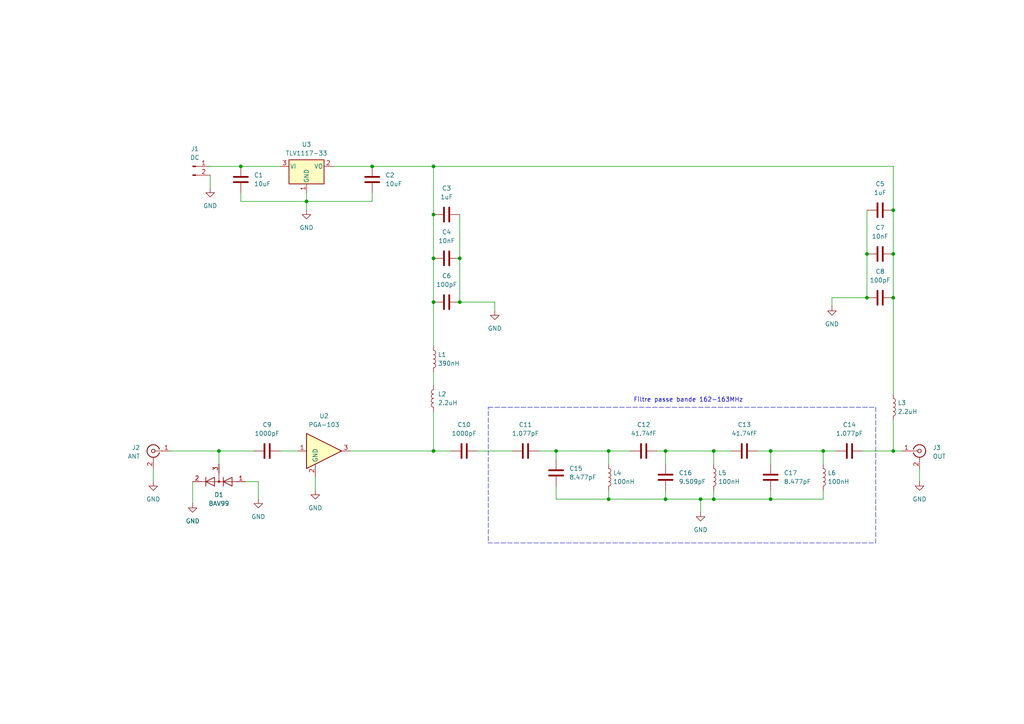
<source format=kicad_sch>
(kicad_sch
	(version 20231120)
	(generator "eeschema")
	(generator_version "8.0")
	(uuid "d37b2aa9-db87-4b10-9d60-b7d7fa6bb620")
	(paper "A4")
	(lib_symbols
		(symbol "Connector:Conn_01x02_Pin"
			(pin_names
				(offset 1.016) hide)
			(exclude_from_sim no)
			(in_bom yes)
			(on_board yes)
			(property "Reference" "J"
				(at 0 2.54 0)
				(effects
					(font
						(size 1.27 1.27)
					)
				)
			)
			(property "Value" "Conn_01x02_Pin"
				(at 0 -5.08 0)
				(effects
					(font
						(size 1.27 1.27)
					)
				)
			)
			(property "Footprint" ""
				(at 0 0 0)
				(effects
					(font
						(size 1.27 1.27)
					)
					(hide yes)
				)
			)
			(property "Datasheet" "~"
				(at 0 0 0)
				(effects
					(font
						(size 1.27 1.27)
					)
					(hide yes)
				)
			)
			(property "Description" "Generic connector, single row, 01x02, script generated"
				(at 0 0 0)
				(effects
					(font
						(size 1.27 1.27)
					)
					(hide yes)
				)
			)
			(property "ki_locked" ""
				(at 0 0 0)
				(effects
					(font
						(size 1.27 1.27)
					)
				)
			)
			(property "ki_keywords" "connector"
				(at 0 0 0)
				(effects
					(font
						(size 1.27 1.27)
					)
					(hide yes)
				)
			)
			(property "ki_fp_filters" "Connector*:*_1x??_*"
				(at 0 0 0)
				(effects
					(font
						(size 1.27 1.27)
					)
					(hide yes)
				)
			)
			(symbol "Conn_01x02_Pin_1_1"
				(polyline
					(pts
						(xy 1.27 -2.54) (xy 0.8636 -2.54)
					)
					(stroke
						(width 0.1524)
						(type default)
					)
					(fill
						(type none)
					)
				)
				(polyline
					(pts
						(xy 1.27 0) (xy 0.8636 0)
					)
					(stroke
						(width 0.1524)
						(type default)
					)
					(fill
						(type none)
					)
				)
				(rectangle
					(start 0.8636 -2.413)
					(end 0 -2.667)
					(stroke
						(width 0.1524)
						(type default)
					)
					(fill
						(type outline)
					)
				)
				(rectangle
					(start 0.8636 0.127)
					(end 0 -0.127)
					(stroke
						(width 0.1524)
						(type default)
					)
					(fill
						(type outline)
					)
				)
				(pin passive line
					(at 5.08 0 180)
					(length 3.81)
					(name "Pin_1"
						(effects
							(font
								(size 1.27 1.27)
							)
						)
					)
					(number "1"
						(effects
							(font
								(size 1.27 1.27)
							)
						)
					)
				)
				(pin passive line
					(at 5.08 -2.54 180)
					(length 3.81)
					(name "Pin_2"
						(effects
							(font
								(size 1.27 1.27)
							)
						)
					)
					(number "2"
						(effects
							(font
								(size 1.27 1.27)
							)
						)
					)
				)
			)
		)
		(symbol "Connector:Conn_Coaxial"
			(pin_names
				(offset 1.016) hide)
			(exclude_from_sim no)
			(in_bom yes)
			(on_board yes)
			(property "Reference" "J"
				(at 0.254 3.048 0)
				(effects
					(font
						(size 1.27 1.27)
					)
				)
			)
			(property "Value" "Conn_Coaxial"
				(at 2.921 0 90)
				(effects
					(font
						(size 1.27 1.27)
					)
				)
			)
			(property "Footprint" ""
				(at 0 0 0)
				(effects
					(font
						(size 1.27 1.27)
					)
					(hide yes)
				)
			)
			(property "Datasheet" "~"
				(at 0 0 0)
				(effects
					(font
						(size 1.27 1.27)
					)
					(hide yes)
				)
			)
			(property "Description" "coaxial connector (BNC, SMA, SMB, SMC, Cinch/RCA, LEMO, ...)"
				(at 0 0 0)
				(effects
					(font
						(size 1.27 1.27)
					)
					(hide yes)
				)
			)
			(property "ki_keywords" "BNC SMA SMB SMC LEMO coaxial connector CINCH RCA MCX MMCX U.FL UMRF"
				(at 0 0 0)
				(effects
					(font
						(size 1.27 1.27)
					)
					(hide yes)
				)
			)
			(property "ki_fp_filters" "*BNC* *SMA* *SMB* *SMC* *Cinch* *LEMO* *UMRF* *MCX* *U.FL*"
				(at 0 0 0)
				(effects
					(font
						(size 1.27 1.27)
					)
					(hide yes)
				)
			)
			(symbol "Conn_Coaxial_0_1"
				(arc
					(start -1.778 -0.508)
					(mid 0.2311 -1.8066)
					(end 1.778 0)
					(stroke
						(width 0.254)
						(type default)
					)
					(fill
						(type none)
					)
				)
				(polyline
					(pts
						(xy -2.54 0) (xy -0.508 0)
					)
					(stroke
						(width 0)
						(type default)
					)
					(fill
						(type none)
					)
				)
				(polyline
					(pts
						(xy 0 -2.54) (xy 0 -1.778)
					)
					(stroke
						(width 0)
						(type default)
					)
					(fill
						(type none)
					)
				)
				(circle
					(center 0 0)
					(radius 0.508)
					(stroke
						(width 0.2032)
						(type default)
					)
					(fill
						(type none)
					)
				)
				(arc
					(start 1.778 0)
					(mid 0.2099 1.8101)
					(end -1.778 0.508)
					(stroke
						(width 0.254)
						(type default)
					)
					(fill
						(type none)
					)
				)
			)
			(symbol "Conn_Coaxial_1_1"
				(pin passive line
					(at -5.08 0 0)
					(length 2.54)
					(name "In"
						(effects
							(font
								(size 1.27 1.27)
							)
						)
					)
					(number "1"
						(effects
							(font
								(size 1.27 1.27)
							)
						)
					)
				)
				(pin passive line
					(at 0 -5.08 90)
					(length 2.54)
					(name "Ext"
						(effects
							(font
								(size 1.27 1.27)
							)
						)
					)
					(number "2"
						(effects
							(font
								(size 1.27 1.27)
							)
						)
					)
				)
			)
		)
		(symbol "Device:C"
			(pin_numbers hide)
			(pin_names
				(offset 0.254)
			)
			(exclude_from_sim no)
			(in_bom yes)
			(on_board yes)
			(property "Reference" "C"
				(at 0.635 2.54 0)
				(effects
					(font
						(size 1.27 1.27)
					)
					(justify left)
				)
			)
			(property "Value" "C"
				(at 0.635 -2.54 0)
				(effects
					(font
						(size 1.27 1.27)
					)
					(justify left)
				)
			)
			(property "Footprint" ""
				(at 0.9652 -3.81 0)
				(effects
					(font
						(size 1.27 1.27)
					)
					(hide yes)
				)
			)
			(property "Datasheet" "~"
				(at 0 0 0)
				(effects
					(font
						(size 1.27 1.27)
					)
					(hide yes)
				)
			)
			(property "Description" "Unpolarized capacitor"
				(at 0 0 0)
				(effects
					(font
						(size 1.27 1.27)
					)
					(hide yes)
				)
			)
			(property "ki_keywords" "cap capacitor"
				(at 0 0 0)
				(effects
					(font
						(size 1.27 1.27)
					)
					(hide yes)
				)
			)
			(property "ki_fp_filters" "C_*"
				(at 0 0 0)
				(effects
					(font
						(size 1.27 1.27)
					)
					(hide yes)
				)
			)
			(symbol "C_0_1"
				(polyline
					(pts
						(xy -2.032 -0.762) (xy 2.032 -0.762)
					)
					(stroke
						(width 0.508)
						(type default)
					)
					(fill
						(type none)
					)
				)
				(polyline
					(pts
						(xy -2.032 0.762) (xy 2.032 0.762)
					)
					(stroke
						(width 0.508)
						(type default)
					)
					(fill
						(type none)
					)
				)
			)
			(symbol "C_1_1"
				(pin passive line
					(at 0 3.81 270)
					(length 2.794)
					(name "~"
						(effects
							(font
								(size 1.27 1.27)
							)
						)
					)
					(number "1"
						(effects
							(font
								(size 1.27 1.27)
							)
						)
					)
				)
				(pin passive line
					(at 0 -3.81 90)
					(length 2.794)
					(name "~"
						(effects
							(font
								(size 1.27 1.27)
							)
						)
					)
					(number "2"
						(effects
							(font
								(size 1.27 1.27)
							)
						)
					)
				)
			)
		)
		(symbol "Device:L"
			(pin_numbers hide)
			(pin_names
				(offset 1.016) hide)
			(exclude_from_sim no)
			(in_bom yes)
			(on_board yes)
			(property "Reference" "L"
				(at -1.27 0 90)
				(effects
					(font
						(size 1.27 1.27)
					)
				)
			)
			(property "Value" "L"
				(at 1.905 0 90)
				(effects
					(font
						(size 1.27 1.27)
					)
				)
			)
			(property "Footprint" ""
				(at 0 0 0)
				(effects
					(font
						(size 1.27 1.27)
					)
					(hide yes)
				)
			)
			(property "Datasheet" "~"
				(at 0 0 0)
				(effects
					(font
						(size 1.27 1.27)
					)
					(hide yes)
				)
			)
			(property "Description" "Inductor"
				(at 0 0 0)
				(effects
					(font
						(size 1.27 1.27)
					)
					(hide yes)
				)
			)
			(property "ki_keywords" "inductor choke coil reactor magnetic"
				(at 0 0 0)
				(effects
					(font
						(size 1.27 1.27)
					)
					(hide yes)
				)
			)
			(property "ki_fp_filters" "Choke_* *Coil* Inductor_* L_*"
				(at 0 0 0)
				(effects
					(font
						(size 1.27 1.27)
					)
					(hide yes)
				)
			)
			(symbol "L_0_1"
				(arc
					(start 0 -2.54)
					(mid 0.6323 -1.905)
					(end 0 -1.27)
					(stroke
						(width 0)
						(type default)
					)
					(fill
						(type none)
					)
				)
				(arc
					(start 0 -1.27)
					(mid 0.6323 -0.635)
					(end 0 0)
					(stroke
						(width 0)
						(type default)
					)
					(fill
						(type none)
					)
				)
				(arc
					(start 0 0)
					(mid 0.6323 0.635)
					(end 0 1.27)
					(stroke
						(width 0)
						(type default)
					)
					(fill
						(type none)
					)
				)
				(arc
					(start 0 1.27)
					(mid 0.6323 1.905)
					(end 0 2.54)
					(stroke
						(width 0)
						(type default)
					)
					(fill
						(type none)
					)
				)
			)
			(symbol "L_1_1"
				(pin passive line
					(at 0 3.81 270)
					(length 1.27)
					(name "1"
						(effects
							(font
								(size 1.27 1.27)
							)
						)
					)
					(number "1"
						(effects
							(font
								(size 1.27 1.27)
							)
						)
					)
				)
				(pin passive line
					(at 0 -3.81 90)
					(length 1.27)
					(name "2"
						(effects
							(font
								(size 1.27 1.27)
							)
						)
					)
					(number "2"
						(effects
							(font
								(size 1.27 1.27)
							)
						)
					)
				)
			)
		)
		(symbol "Diode:BAV99"
			(pin_names hide)
			(exclude_from_sim no)
			(in_bom yes)
			(on_board yes)
			(property "Reference" "D"
				(at 0 5.08 0)
				(effects
					(font
						(size 1.27 1.27)
					)
				)
			)
			(property "Value" "BAV99"
				(at 0 2.54 0)
				(effects
					(font
						(size 1.27 1.27)
					)
				)
			)
			(property "Footprint" "Package_TO_SOT_SMD:SOT-23"
				(at 0 -12.7 0)
				(effects
					(font
						(size 1.27 1.27)
					)
					(hide yes)
				)
			)
			(property "Datasheet" "https://assets.nexperia.com/documents/data-sheet/BAV99_SER.pdf"
				(at 0 0 0)
				(effects
					(font
						(size 1.27 1.27)
					)
					(hide yes)
				)
			)
			(property "Description" "BAV99 High-speed switching diodes, SOT-23"
				(at 0 0 0)
				(effects
					(font
						(size 1.27 1.27)
					)
					(hide yes)
				)
			)
			(property "ki_keywords" "diode"
				(at 0 0 0)
				(effects
					(font
						(size 1.27 1.27)
					)
					(hide yes)
				)
			)
			(property "ki_fp_filters" "SOT?23*"
				(at 0 0 0)
				(effects
					(font
						(size 1.27 1.27)
					)
					(hide yes)
				)
			)
			(symbol "BAV99_0_1"
				(polyline
					(pts
						(xy -5.08 0) (xy 5.08 0)
					)
					(stroke
						(width 0)
						(type default)
					)
					(fill
						(type none)
					)
				)
			)
			(symbol "BAV99_1_1"
				(polyline
					(pts
						(xy 0 0) (xy 0 -2.54)
					)
					(stroke
						(width 0)
						(type default)
					)
					(fill
						(type none)
					)
				)
				(polyline
					(pts
						(xy -1.27 -1.27) (xy -1.27 1.27) (xy -1.27 1.27)
					)
					(stroke
						(width 0.2032)
						(type default)
					)
					(fill
						(type none)
					)
				)
				(polyline
					(pts
						(xy 3.81 1.27) (xy 3.81 -1.27) (xy 3.81 -1.27)
					)
					(stroke
						(width 0.2032)
						(type default)
					)
					(fill
						(type none)
					)
				)
				(polyline
					(pts
						(xy -3.81 1.27) (xy -1.27 0) (xy -3.81 -1.27) (xy -3.81 1.27) (xy -3.81 1.27) (xy -3.81 1.27)
					)
					(stroke
						(width 0.2032)
						(type default)
					)
					(fill
						(type none)
					)
				)
				(polyline
					(pts
						(xy 1.27 1.27) (xy 3.81 0) (xy 1.27 -1.27) (xy 1.27 1.27) (xy 1.27 1.27) (xy 1.27 1.27)
					)
					(stroke
						(width 0.2032)
						(type default)
					)
					(fill
						(type none)
					)
				)
				(circle
					(center 0 0)
					(radius 0.254)
					(stroke
						(width 0)
						(type default)
					)
					(fill
						(type outline)
					)
				)
				(pin passive line
					(at -7.62 0 0)
					(length 2.54)
					(name "K"
						(effects
							(font
								(size 1.27 1.27)
							)
						)
					)
					(number "1"
						(effects
							(font
								(size 1.27 1.27)
							)
						)
					)
				)
				(pin passive line
					(at 7.62 0 180)
					(length 2.54)
					(name "A"
						(effects
							(font
								(size 1.27 1.27)
							)
						)
					)
					(number "2"
						(effects
							(font
								(size 1.27 1.27)
							)
						)
					)
				)
				(pin passive line
					(at 0 -5.08 90)
					(length 2.54)
					(name "K"
						(effects
							(font
								(size 1.27 1.27)
							)
						)
					)
					(number "3"
						(effects
							(font
								(size 1.27 1.27)
							)
						)
					)
				)
			)
		)
		(symbol "RF_Amplifier:PGA-103"
			(exclude_from_sim no)
			(in_bom yes)
			(on_board yes)
			(property "Reference" "U"
				(at -1.27 7.62 0)
				(effects
					(font
						(size 1.27 1.27)
					)
				)
			)
			(property "Value" "PGA-103"
				(at 2.54 5.08 0)
				(effects
					(font
						(size 1.27 1.27)
					)
				)
			)
			(property "Footprint" "Package_TO_SOT_SMD:SOT-89-3"
				(at 1.27 10.16 0)
				(effects
					(font
						(size 1.27 1.27)
					)
					(hide yes)
				)
			)
			(property "Datasheet" "https://www.minicircuits.com/pdfs/PGA-103+.pdf"
				(at 0 0 0)
				(effects
					(font
						(size 1.27 1.27)
					)
					(hide yes)
				)
			)
			(property "Description" "50-4000MHz +11dB Low Noise Amplifier, SOT-89"
				(at 0 0 0)
				(effects
					(font
						(size 1.27 1.27)
					)
					(hide yes)
				)
			)
			(property "ki_keywords" "RF amplifier"
				(at 0 0 0)
				(effects
					(font
						(size 1.27 1.27)
					)
					(hide yes)
				)
			)
			(property "ki_fp_filters" "SOT?89*"
				(at 0 0 0)
				(effects
					(font
						(size 1.27 1.27)
					)
					(hide yes)
				)
			)
			(symbol "PGA-103_0_1"
				(polyline
					(pts
						(xy 5.08 0) (xy -5.08 5.08) (xy -5.08 -5.08) (xy 5.08 0)
					)
					(stroke
						(width 0.254)
						(type default)
					)
					(fill
						(type background)
					)
				)
			)
			(symbol "PGA-103_1_1"
				(pin input line
					(at -7.62 0 0)
					(length 2.54)
					(name "~"
						(effects
							(font
								(size 1.27 1.27)
							)
						)
					)
					(number "1"
						(effects
							(font
								(size 1.27 1.27)
							)
						)
					)
				)
				(pin power_in line
					(at -2.54 -7.62 90)
					(length 3.81)
					(name "GND"
						(effects
							(font
								(size 1.27 1.27)
							)
						)
					)
					(number "2"
						(effects
							(font
								(size 1.27 1.27)
							)
						)
					)
				)
				(pin output line
					(at 7.62 0 180)
					(length 2.54)
					(name "~"
						(effects
							(font
								(size 1.27 1.27)
							)
						)
					)
					(number "3"
						(effects
							(font
								(size 1.27 1.27)
							)
						)
					)
				)
			)
		)
		(symbol "Regulator_Linear:TLV1117-33"
			(pin_names
				(offset 0.254)
			)
			(exclude_from_sim no)
			(in_bom yes)
			(on_board yes)
			(property "Reference" "U"
				(at -3.81 3.175 0)
				(effects
					(font
						(size 1.27 1.27)
					)
				)
			)
			(property "Value" "TLV1117-33"
				(at 0 3.175 0)
				(effects
					(font
						(size 1.27 1.27)
					)
					(justify left)
				)
			)
			(property "Footprint" ""
				(at 0 0 0)
				(effects
					(font
						(size 1.27 1.27)
					)
					(hide yes)
				)
			)
			(property "Datasheet" "http://www.ti.com/lit/ds/symlink/tlv1117.pdf"
				(at 0 0 0)
				(effects
					(font
						(size 1.27 1.27)
					)
					(hide yes)
				)
			)
			(property "Description" "800mA Low-Dropout Linear Regulator, 3.3V fixed output, TO-220/TO-252/TO-263/SOT-223"
				(at 0 0 0)
				(effects
					(font
						(size 1.27 1.27)
					)
					(hide yes)
				)
			)
			(property "ki_keywords" "linear regulator ldo fixed positive"
				(at 0 0 0)
				(effects
					(font
						(size 1.27 1.27)
					)
					(hide yes)
				)
			)
			(property "ki_fp_filters" "SOT?223* TO?263* TO?252* TO?220*"
				(at 0 0 0)
				(effects
					(font
						(size 1.27 1.27)
					)
					(hide yes)
				)
			)
			(symbol "TLV1117-33_0_1"
				(rectangle
					(start -5.08 -5.08)
					(end 5.08 1.905)
					(stroke
						(width 0.254)
						(type default)
					)
					(fill
						(type background)
					)
				)
			)
			(symbol "TLV1117-33_1_1"
				(pin power_in line
					(at 0 -7.62 90)
					(length 2.54)
					(name "GND"
						(effects
							(font
								(size 1.27 1.27)
							)
						)
					)
					(number "1"
						(effects
							(font
								(size 1.27 1.27)
							)
						)
					)
				)
				(pin power_out line
					(at 7.62 0 180)
					(length 2.54)
					(name "VO"
						(effects
							(font
								(size 1.27 1.27)
							)
						)
					)
					(number "2"
						(effects
							(font
								(size 1.27 1.27)
							)
						)
					)
				)
				(pin power_in line
					(at -7.62 0 0)
					(length 2.54)
					(name "VI"
						(effects
							(font
								(size 1.27 1.27)
							)
						)
					)
					(number "3"
						(effects
							(font
								(size 1.27 1.27)
							)
						)
					)
				)
			)
		)
		(symbol "power:GND"
			(power)
			(pin_numbers hide)
			(pin_names
				(offset 0) hide)
			(exclude_from_sim no)
			(in_bom yes)
			(on_board yes)
			(property "Reference" "#PWR"
				(at 0 -6.35 0)
				(effects
					(font
						(size 1.27 1.27)
					)
					(hide yes)
				)
			)
			(property "Value" "GND"
				(at 0 -3.81 0)
				(effects
					(font
						(size 1.27 1.27)
					)
				)
			)
			(property "Footprint" ""
				(at 0 0 0)
				(effects
					(font
						(size 1.27 1.27)
					)
					(hide yes)
				)
			)
			(property "Datasheet" ""
				(at 0 0 0)
				(effects
					(font
						(size 1.27 1.27)
					)
					(hide yes)
				)
			)
			(property "Description" "Power symbol creates a global label with name \"GND\" , ground"
				(at 0 0 0)
				(effects
					(font
						(size 1.27 1.27)
					)
					(hide yes)
				)
			)
			(property "ki_keywords" "global power"
				(at 0 0 0)
				(effects
					(font
						(size 1.27 1.27)
					)
					(hide yes)
				)
			)
			(symbol "GND_0_1"
				(polyline
					(pts
						(xy 0 0) (xy 0 -1.27) (xy 1.27 -1.27) (xy 0 -2.54) (xy -1.27 -1.27) (xy 0 -1.27)
					)
					(stroke
						(width 0)
						(type default)
					)
					(fill
						(type none)
					)
				)
			)
			(symbol "GND_1_1"
				(pin power_in line
					(at 0 0 270)
					(length 0)
					(name "~"
						(effects
							(font
								(size 1.27 1.27)
							)
						)
					)
					(number "1"
						(effects
							(font
								(size 1.27 1.27)
							)
						)
					)
				)
			)
		)
	)
	(junction
		(at 238.76 130.81)
		(diameter 0)
		(color 0 0 0 0)
		(uuid "0cc8b3df-27f9-4ad3-b2db-0dc80ddd177d")
	)
	(junction
		(at 176.53 144.78)
		(diameter 0)
		(color 0 0 0 0)
		(uuid "127d81d8-5767-4970-ae5a-d8d724357eb9")
	)
	(junction
		(at 63.5 130.81)
		(diameter 0)
		(color 0 0 0 0)
		(uuid "14cce1cd-04b5-4dc2-a716-b12a316d6e83")
	)
	(junction
		(at 207.01 130.81)
		(diameter 0)
		(color 0 0 0 0)
		(uuid "266c7113-a093-4435-873c-57088887bf4d")
	)
	(junction
		(at 125.73 130.81)
		(diameter 0)
		(color 0 0 0 0)
		(uuid "2b007f78-7c98-4894-8d13-a36063e03211")
	)
	(junction
		(at 223.52 130.81)
		(diameter 0)
		(color 0 0 0 0)
		(uuid "3901ed55-9e59-44bc-b18c-cbecfd035c59")
	)
	(junction
		(at 259.08 60.96)
		(diameter 0)
		(color 0 0 0 0)
		(uuid "3c34c979-588f-414a-a2b9-d4d59c7235c2")
	)
	(junction
		(at 88.9 58.42)
		(diameter 0)
		(color 0 0 0 0)
		(uuid "42ef874b-c756-49e9-aff0-fa9ec44f8cd8")
	)
	(junction
		(at 251.46 73.66)
		(diameter 0)
		(color 0 0 0 0)
		(uuid "570dddc7-14c8-4185-9de7-409d7af609fd")
	)
	(junction
		(at 193.04 130.81)
		(diameter 0)
		(color 0 0 0 0)
		(uuid "70770997-9abc-424e-a4e8-2760019e3fe8")
	)
	(junction
		(at 69.85 48.26)
		(diameter 0)
		(color 0 0 0 0)
		(uuid "775d2e39-2080-4703-b354-af26405f5582")
	)
	(junction
		(at 125.73 48.26)
		(diameter 0)
		(color 0 0 0 0)
		(uuid "7a21cfa8-7748-4070-8b04-997b73fe5c43")
	)
	(junction
		(at 259.08 73.66)
		(diameter 0)
		(color 0 0 0 0)
		(uuid "7abfc33f-7386-4460-8657-30ab340a23de")
	)
	(junction
		(at 251.46 86.36)
		(diameter 0)
		(color 0 0 0 0)
		(uuid "7ca2096b-b57b-4bbc-9ea9-9fdf4973e497")
	)
	(junction
		(at 193.04 144.78)
		(diameter 0)
		(color 0 0 0 0)
		(uuid "892c203f-e4b6-48e4-ae71-46af26d84c9f")
	)
	(junction
		(at 133.35 74.93)
		(diameter 0)
		(color 0 0 0 0)
		(uuid "8b58b19a-110b-44fe-bb9e-060edf0e23e5")
	)
	(junction
		(at 259.08 86.36)
		(diameter 0)
		(color 0 0 0 0)
		(uuid "968eb3a9-2607-4da5-af64-2b489deb654d")
	)
	(junction
		(at 125.73 87.63)
		(diameter 0)
		(color 0 0 0 0)
		(uuid "9d24b687-72a9-44f7-b8b6-6bbf728edad3")
	)
	(junction
		(at 207.01 144.78)
		(diameter 0)
		(color 0 0 0 0)
		(uuid "a5ccd404-f5c0-4596-be77-f558dbb6c3a1")
	)
	(junction
		(at 133.35 87.63)
		(diameter 0)
		(color 0 0 0 0)
		(uuid "acd1ffcb-9cf0-449a-927f-935731c55c8f")
	)
	(junction
		(at 259.08 130.81)
		(diameter 0)
		(color 0 0 0 0)
		(uuid "b1de5036-1db4-47ab-b5dd-e355f216bd3a")
	)
	(junction
		(at 125.73 74.93)
		(diameter 0)
		(color 0 0 0 0)
		(uuid "b8539395-ff4e-480a-83bd-82e6e24eafc6")
	)
	(junction
		(at 107.95 48.26)
		(diameter 0)
		(color 0 0 0 0)
		(uuid "b8a1d939-3da8-449d-b11f-e792fa089498")
	)
	(junction
		(at 203.2 144.78)
		(diameter 0)
		(color 0 0 0 0)
		(uuid "cbc01ee4-60d9-40e7-810a-59e2d38a9082")
	)
	(junction
		(at 161.29 130.81)
		(diameter 0)
		(color 0 0 0 0)
		(uuid "e3b55f4c-c6bb-4a75-bc2b-d8953f24c5da")
	)
	(junction
		(at 176.53 130.81)
		(diameter 0)
		(color 0 0 0 0)
		(uuid "e8c2cf69-6391-48b6-bdf9-c24e404a91df")
	)
	(junction
		(at 125.73 62.23)
		(diameter 0)
		(color 0 0 0 0)
		(uuid "f0991339-592f-406a-be03-a691c0fb024e")
	)
	(junction
		(at 223.52 144.78)
		(diameter 0)
		(color 0 0 0 0)
		(uuid "f8f55e6b-6008-486e-a76a-2ae5c2bb158f")
	)
	(wire
		(pts
			(xy 91.44 138.43) (xy 91.44 142.24)
		)
		(stroke
			(width 0)
			(type default)
		)
		(uuid "04c03beb-b0e6-49bb-a778-671838755acf")
	)
	(wire
		(pts
			(xy 69.85 48.26) (xy 81.28 48.26)
		)
		(stroke
			(width 0)
			(type default)
		)
		(uuid "087f88ac-ce54-443d-9d3a-3db6a69c2273")
	)
	(wire
		(pts
			(xy 193.04 144.78) (xy 203.2 144.78)
		)
		(stroke
			(width 0)
			(type default)
		)
		(uuid "090f395f-c678-42c5-b54a-2bad66c5c113")
	)
	(wire
		(pts
			(xy 176.53 130.81) (xy 182.88 130.81)
		)
		(stroke
			(width 0)
			(type default)
		)
		(uuid "0eec91f0-4f98-4bbe-a7c3-771c646ecb22")
	)
	(wire
		(pts
			(xy 176.53 130.81) (xy 176.53 134.62)
		)
		(stroke
			(width 0)
			(type default)
		)
		(uuid "115ae1ff-b479-49ae-9566-27da5095258b")
	)
	(wire
		(pts
			(xy 259.08 121.92) (xy 259.08 130.81)
		)
		(stroke
			(width 0)
			(type default)
		)
		(uuid "1836f074-43e4-4c13-a9af-a1ca4a0ca37e")
	)
	(wire
		(pts
			(xy 203.2 144.78) (xy 207.01 144.78)
		)
		(stroke
			(width 0)
			(type default)
		)
		(uuid "1a1d342c-1a58-4a33-ab96-9e01ba67b08a")
	)
	(wire
		(pts
			(xy 138.43 130.81) (xy 148.59 130.81)
		)
		(stroke
			(width 0)
			(type default)
		)
		(uuid "1a1f2885-bdcc-486b-a0a2-e827e9020bf8")
	)
	(wire
		(pts
			(xy 193.04 130.81) (xy 207.01 130.81)
		)
		(stroke
			(width 0)
			(type default)
		)
		(uuid "1cc1a797-be0c-4a8e-90be-fcd573e549ca")
	)
	(wire
		(pts
			(xy 88.9 55.88) (xy 88.9 58.42)
		)
		(stroke
			(width 0)
			(type default)
		)
		(uuid "1e600903-3f7b-4615-b946-7f92b910874e")
	)
	(wire
		(pts
			(xy 63.5 134.62) (xy 63.5 130.81)
		)
		(stroke
			(width 0)
			(type default)
		)
		(uuid "2177da38-f0f4-4176-9d9a-dbec6e4efabf")
	)
	(wire
		(pts
			(xy 161.29 130.81) (xy 161.29 133.35)
		)
		(stroke
			(width 0)
			(type default)
		)
		(uuid "22a76e69-9ca5-4f33-bcfa-89697b720ab6")
	)
	(wire
		(pts
			(xy 238.76 130.81) (xy 242.57 130.81)
		)
		(stroke
			(width 0)
			(type default)
		)
		(uuid "23f2a084-eff3-4941-a55c-649c6cef8da7")
	)
	(wire
		(pts
			(xy 219.71 130.81) (xy 223.52 130.81)
		)
		(stroke
			(width 0)
			(type default)
		)
		(uuid "26c7a5d2-a0bd-4cda-be56-bcea63b09dfa")
	)
	(wire
		(pts
			(xy 259.08 86.36) (xy 259.08 114.3)
		)
		(stroke
			(width 0)
			(type default)
		)
		(uuid "2801bd17-6199-4646-b6ec-51cbcdfac78f")
	)
	(wire
		(pts
			(xy 259.08 130.81) (xy 261.62 130.81)
		)
		(stroke
			(width 0)
			(type default)
		)
		(uuid "2ce0e83c-d3cc-408f-b11d-e84b782c24e2")
	)
	(wire
		(pts
			(xy 133.35 74.93) (xy 133.35 87.63)
		)
		(stroke
			(width 0)
			(type default)
		)
		(uuid "2fe8cd37-4fb2-4801-8d4e-71bd66c8b804")
	)
	(wire
		(pts
			(xy 241.3 86.36) (xy 241.3 88.9)
		)
		(stroke
			(width 0)
			(type default)
		)
		(uuid "3215a609-e615-4b2a-bef5-8421f60b8277")
	)
	(wire
		(pts
			(xy 193.04 134.62) (xy 193.04 130.81)
		)
		(stroke
			(width 0)
			(type default)
		)
		(uuid "34cd7b92-cb43-40f2-9f51-82578c1b7018")
	)
	(wire
		(pts
			(xy 63.5 130.81) (xy 73.66 130.81)
		)
		(stroke
			(width 0)
			(type default)
		)
		(uuid "399314b4-02fa-416a-8cc1-d3b72955ad4a")
	)
	(wire
		(pts
			(xy 133.35 62.23) (xy 133.35 74.93)
		)
		(stroke
			(width 0)
			(type default)
		)
		(uuid "3af204fe-2ede-4245-8dd0-f5d738d6e30f")
	)
	(wire
		(pts
			(xy 60.96 50.8) (xy 60.96 54.61)
		)
		(stroke
			(width 0)
			(type default)
		)
		(uuid "4990d88e-ab13-4a50-a30c-363b3dbf00c4")
	)
	(wire
		(pts
			(xy 125.73 62.23) (xy 125.73 48.26)
		)
		(stroke
			(width 0)
			(type default)
		)
		(uuid "4bdf1e31-abf2-4ab0-a513-d61753a4b6cf")
	)
	(wire
		(pts
			(xy 44.45 135.89) (xy 44.45 139.7)
		)
		(stroke
			(width 0)
			(type default)
		)
		(uuid "4f3ad7a4-93dc-4251-86d4-937bbf6671bd")
	)
	(wire
		(pts
			(xy 223.52 130.81) (xy 223.52 134.62)
		)
		(stroke
			(width 0)
			(type default)
		)
		(uuid "507e8e74-585f-4af2-b2e1-e03af1a77e8a")
	)
	(wire
		(pts
			(xy 143.51 87.63) (xy 133.35 87.63)
		)
		(stroke
			(width 0)
			(type default)
		)
		(uuid "57b14719-66dc-42e9-ab8a-d2c9ef8323d3")
	)
	(wire
		(pts
			(xy 223.52 130.81) (xy 238.76 130.81)
		)
		(stroke
			(width 0)
			(type default)
		)
		(uuid "5d1117c2-7198-45f4-8692-2b87b27775e9")
	)
	(wire
		(pts
			(xy 107.95 48.26) (xy 125.73 48.26)
		)
		(stroke
			(width 0)
			(type default)
		)
		(uuid "5d1fd7aa-a032-4a17-ba96-3275a11b7971")
	)
	(wire
		(pts
			(xy 156.21 130.81) (xy 161.29 130.81)
		)
		(stroke
			(width 0)
			(type default)
		)
		(uuid "619a703b-3634-4621-ae16-e28715ec97a3")
	)
	(wire
		(pts
			(xy 223.52 144.78) (xy 238.76 144.78)
		)
		(stroke
			(width 0)
			(type default)
		)
		(uuid "623daea0-de74-48d2-a675-904b519ea240")
	)
	(wire
		(pts
			(xy 223.52 144.78) (xy 223.52 142.24)
		)
		(stroke
			(width 0)
			(type default)
		)
		(uuid "66d940a1-864f-46d4-a4ce-a470a5d62048")
	)
	(wire
		(pts
			(xy 96.52 48.26) (xy 107.95 48.26)
		)
		(stroke
			(width 0)
			(type default)
		)
		(uuid "69b8fa87-aeb3-46a6-9e63-0a83710c9ab4")
	)
	(wire
		(pts
			(xy 176.53 144.78) (xy 193.04 144.78)
		)
		(stroke
			(width 0)
			(type default)
		)
		(uuid "6a65fe4c-c9c8-4aca-85c4-2332e8b2390f")
	)
	(wire
		(pts
			(xy 88.9 58.42) (xy 107.95 58.42)
		)
		(stroke
			(width 0)
			(type default)
		)
		(uuid "6c3f4b5d-7c7c-47a0-9c75-a6fc2873b2f4")
	)
	(wire
		(pts
			(xy 125.73 87.63) (xy 125.73 100.33)
		)
		(stroke
			(width 0)
			(type default)
		)
		(uuid "6d766218-c3ce-4e72-a2a5-582dd10c453b")
	)
	(wire
		(pts
			(xy 143.51 87.63) (xy 143.51 90.17)
		)
		(stroke
			(width 0)
			(type default)
		)
		(uuid "6e0065a2-04be-4ad8-84b6-bad3a7ca4958")
	)
	(wire
		(pts
			(xy 259.08 73.66) (xy 259.08 60.96)
		)
		(stroke
			(width 0)
			(type default)
		)
		(uuid "71ef114a-4684-4d5a-92bd-175df24f29a0")
	)
	(wire
		(pts
			(xy 266.7 135.89) (xy 266.7 139.7)
		)
		(stroke
			(width 0)
			(type default)
		)
		(uuid "73a5339e-05ae-4139-9f9f-4e43cff73e8e")
	)
	(wire
		(pts
			(xy 49.53 130.81) (xy 63.5 130.81)
		)
		(stroke
			(width 0)
			(type default)
		)
		(uuid "76aabf07-b212-40fc-8367-86b75ef07bdc")
	)
	(wire
		(pts
			(xy 238.76 130.81) (xy 238.76 134.62)
		)
		(stroke
			(width 0)
			(type default)
		)
		(uuid "78464e6a-e0e2-4529-97d3-c0c1ba741f9c")
	)
	(wire
		(pts
			(xy 55.88 139.7) (xy 55.88 146.05)
		)
		(stroke
			(width 0)
			(type default)
		)
		(uuid "78730dbf-f6d8-4b5a-af46-6a841434cbc3")
	)
	(wire
		(pts
			(xy 251.46 73.66) (xy 251.46 86.36)
		)
		(stroke
			(width 0)
			(type default)
		)
		(uuid "83ebe5f2-1f0a-4154-a786-034375cbad2d")
	)
	(wire
		(pts
			(xy 207.01 144.78) (xy 223.52 144.78)
		)
		(stroke
			(width 0)
			(type default)
		)
		(uuid "853ebf27-4650-4af8-96e6-206a67b0db8d")
	)
	(wire
		(pts
			(xy 241.3 86.36) (xy 251.46 86.36)
		)
		(stroke
			(width 0)
			(type default)
		)
		(uuid "85759fe3-e9c7-45fe-98f5-33b6686b5587")
	)
	(wire
		(pts
			(xy 190.5 130.81) (xy 193.04 130.81)
		)
		(stroke
			(width 0)
			(type default)
		)
		(uuid "867b9716-d896-4c63-9008-8839ef32ea15")
	)
	(wire
		(pts
			(xy 101.6 130.81) (xy 125.73 130.81)
		)
		(stroke
			(width 0)
			(type default)
		)
		(uuid "8adec30b-e4b9-4cad-bce5-8afe0d9d7755")
	)
	(wire
		(pts
			(xy 125.73 74.93) (xy 125.73 62.23)
		)
		(stroke
			(width 0)
			(type default)
		)
		(uuid "8c20589d-6a34-48f2-ae44-db6909d00998")
	)
	(wire
		(pts
			(xy 88.9 58.42) (xy 88.9 60.96)
		)
		(stroke
			(width 0)
			(type default)
		)
		(uuid "911e9ada-8554-4f2b-88ec-84bc72c56f54")
	)
	(wire
		(pts
			(xy 161.29 144.78) (xy 176.53 144.78)
		)
		(stroke
			(width 0)
			(type default)
		)
		(uuid "9169edcb-8fec-4df1-9c1f-9f631b4443ce")
	)
	(wire
		(pts
			(xy 207.01 142.24) (xy 207.01 144.78)
		)
		(stroke
			(width 0)
			(type default)
		)
		(uuid "972cdce1-ab60-411e-820a-3250cad5df98")
	)
	(wire
		(pts
			(xy 69.85 55.88) (xy 69.85 58.42)
		)
		(stroke
			(width 0)
			(type default)
		)
		(uuid "99a8acc1-28c3-4b31-beff-e9c87d102561")
	)
	(wire
		(pts
			(xy 161.29 130.81) (xy 176.53 130.81)
		)
		(stroke
			(width 0)
			(type default)
		)
		(uuid "a1e4ee2d-bce8-4070-b187-396c5bd0efb8")
	)
	(wire
		(pts
			(xy 161.29 144.78) (xy 161.29 140.97)
		)
		(stroke
			(width 0)
			(type default)
		)
		(uuid "a1f4107c-1e7a-45e8-a036-27909653a177")
	)
	(wire
		(pts
			(xy 74.93 144.78) (xy 74.93 139.7)
		)
		(stroke
			(width 0)
			(type default)
		)
		(uuid "a2449afb-ade0-4090-8f37-eca0fe91a719")
	)
	(wire
		(pts
			(xy 74.93 139.7) (xy 71.12 139.7)
		)
		(stroke
			(width 0)
			(type default)
		)
		(uuid "a41e989c-d204-4db8-8105-309467025daf")
	)
	(wire
		(pts
			(xy 176.53 142.24) (xy 176.53 144.78)
		)
		(stroke
			(width 0)
			(type default)
		)
		(uuid "b1650614-769b-4df8-a126-3b25b9346adf")
	)
	(wire
		(pts
			(xy 125.73 107.95) (xy 125.73 111.76)
		)
		(stroke
			(width 0)
			(type default)
		)
		(uuid "b9b55b0a-0a75-4d78-99e1-e80ef8329822")
	)
	(wire
		(pts
			(xy 207.01 130.81) (xy 212.09 130.81)
		)
		(stroke
			(width 0)
			(type default)
		)
		(uuid "bbefe395-1150-4e8b-b4f6-811bbf6f1220")
	)
	(wire
		(pts
			(xy 125.73 130.81) (xy 130.81 130.81)
		)
		(stroke
			(width 0)
			(type default)
		)
		(uuid "c35c923f-5a10-4745-8a08-c9d4629d1571")
	)
	(wire
		(pts
			(xy 81.28 130.81) (xy 86.36 130.81)
		)
		(stroke
			(width 0)
			(type default)
		)
		(uuid "c36409e8-8f85-4d67-8607-f5f18467af8b")
	)
	(wire
		(pts
			(xy 238.76 144.78) (xy 238.76 142.24)
		)
		(stroke
			(width 0)
			(type default)
		)
		(uuid "cab57b68-b94f-4518-980c-62834040ab47")
	)
	(wire
		(pts
			(xy 251.46 60.96) (xy 251.46 73.66)
		)
		(stroke
			(width 0)
			(type default)
		)
		(uuid "cadf02c8-fc6c-4520-bfe6-2d09b9af62f0")
	)
	(wire
		(pts
			(xy 203.2 144.78) (xy 203.2 148.59)
		)
		(stroke
			(width 0)
			(type default)
		)
		(uuid "ccb9bd77-d91c-4270-a5fc-296e643b3b46")
	)
	(wire
		(pts
			(xy 125.73 87.63) (xy 125.73 74.93)
		)
		(stroke
			(width 0)
			(type default)
		)
		(uuid "ce010327-0a3d-4a5f-8674-0ce9067515c4")
	)
	(wire
		(pts
			(xy 259.08 86.36) (xy 259.08 73.66)
		)
		(stroke
			(width 0)
			(type default)
		)
		(uuid "d8f9a35b-9a6d-4d88-b7c6-ee64074953e1")
	)
	(wire
		(pts
			(xy 259.08 48.26) (xy 259.08 60.96)
		)
		(stroke
			(width 0)
			(type default)
		)
		(uuid "df6d6c95-c59d-4117-8602-df10a7303613")
	)
	(wire
		(pts
			(xy 193.04 142.24) (xy 193.04 144.78)
		)
		(stroke
			(width 0)
			(type default)
		)
		(uuid "e022cdb4-8763-47fe-8b10-54a3d5dc8b19")
	)
	(wire
		(pts
			(xy 69.85 58.42) (xy 88.9 58.42)
		)
		(stroke
			(width 0)
			(type default)
		)
		(uuid "e546f01f-f339-4884-869f-fe1187ffa642")
	)
	(wire
		(pts
			(xy 207.01 130.81) (xy 207.01 134.62)
		)
		(stroke
			(width 0)
			(type default)
		)
		(uuid "e90fad1e-c1be-41c5-8c71-cc6b82e238d9")
	)
	(wire
		(pts
			(xy 107.95 58.42) (xy 107.95 55.88)
		)
		(stroke
			(width 0)
			(type default)
		)
		(uuid "e9292950-a11a-4c2a-b87a-e90431041783")
	)
	(wire
		(pts
			(xy 60.96 48.26) (xy 69.85 48.26)
		)
		(stroke
			(width 0)
			(type default)
		)
		(uuid "eb9841a5-9457-4ade-aef6-bb3834fbb2ed")
	)
	(wire
		(pts
			(xy 125.73 48.26) (xy 259.08 48.26)
		)
		(stroke
			(width 0)
			(type default)
		)
		(uuid "ec895e41-12fd-4560-b940-bbff4b9f3a39")
	)
	(wire
		(pts
			(xy 125.73 119.38) (xy 125.73 130.81)
		)
		(stroke
			(width 0)
			(type default)
		)
		(uuid "ee658d78-0762-4758-91cc-bffb3da284e8")
	)
	(wire
		(pts
			(xy 250.19 130.81) (xy 259.08 130.81)
		)
		(stroke
			(width 0)
			(type default)
		)
		(uuid "fd333637-8f39-4c82-b8f5-e825bb498bf0")
	)
	(rectangle
		(start 141.605 118.11)
		(end 254 157.48)
		(stroke
			(width 0.127)
			(type dash)
		)
		(fill
			(type none)
		)
		(uuid 18f4265f-f753-4024-afe2-5db73a6d9749)
	)
	(text "Filtre passe bande 162-163MHz\n"
		(exclude_from_sim no)
		(at 199.644 116.078 0)
		(effects
			(font
				(size 1.27 1.27)
			)
		)
		(uuid "fee134fd-907b-4b0b-b705-facb5db8ac8a")
	)
	(symbol
		(lib_id "RF_Amplifier:PGA-103")
		(at 93.98 130.81 0)
		(unit 1)
		(exclude_from_sim no)
		(in_bom yes)
		(on_board yes)
		(dnp no)
		(fields_autoplaced yes)
		(uuid "01854a4d-fbc9-4def-9725-41298875422c")
		(property "Reference" "U2"
			(at 93.98 120.65 0)
			(effects
				(font
					(size 1.27 1.27)
				)
			)
		)
		(property "Value" "PGA-103"
			(at 93.98 123.19 0)
			(effects
				(font
					(size 1.27 1.27)
				)
			)
		)
		(property "Footprint" "Package_TO_SOT_SMD:SOT-89-3"
			(at 95.25 120.65 0)
			(effects
				(font
					(size 1.27 1.27)
				)
				(hide yes)
			)
		)
		(property "Datasheet" "https://www.minicircuits.com/pdfs/PGA-103+.pdf"
			(at 93.98 130.81 0)
			(effects
				(font
					(size 1.27 1.27)
				)
				(hide yes)
			)
		)
		(property "Description" "50-4000MHz +11dB Low Noise Amplifier, SOT-89"
			(at 93.98 130.81 0)
			(effects
				(font
					(size 1.27 1.27)
				)
				(hide yes)
			)
		)
		(pin "1"
			(uuid "61545a71-79ff-4a72-8346-e8f931412899")
		)
		(pin "3"
			(uuid "11cdf8a9-1ef9-4166-a6f2-732ac33909dc")
		)
		(pin "2"
			(uuid "8db4c4ef-867f-4b62-ad36-a67cf94b46aa")
		)
		(instances
			(project ""
				(path "/d37b2aa9-db87-4b10-9d60-b7d7fa6bb620"
					(reference "U2")
					(unit 1)
				)
			)
		)
	)
	(symbol
		(lib_id "Device:C")
		(at 161.29 137.16 180)
		(unit 1)
		(exclude_from_sim no)
		(in_bom yes)
		(on_board yes)
		(dnp no)
		(fields_autoplaced yes)
		(uuid "05dc1524-2692-4e51-9ce3-d493378c16fe")
		(property "Reference" "C15"
			(at 165.1 135.8899 0)
			(effects
				(font
					(size 1.27 1.27)
				)
				(justify right)
			)
		)
		(property "Value" "8.477pF"
			(at 165.1 138.4299 0)
			(effects
				(font
					(size 1.27 1.27)
				)
				(justify right)
			)
		)
		(property "Footprint" "Capacitor_SMD:C_0805_2012Metric_Pad1.18x1.45mm_HandSolder"
			(at 160.3248 133.35 0)
			(effects
				(font
					(size 1.27 1.27)
				)
				(hide yes)
			)
		)
		(property "Datasheet" "~"
			(at 161.29 137.16 0)
			(effects
				(font
					(size 1.27 1.27)
				)
				(hide yes)
			)
		)
		(property "Description" "Unpolarized capacitor"
			(at 161.29 137.16 0)
			(effects
				(font
					(size 1.27 1.27)
				)
				(hide yes)
			)
		)
		(pin "2"
			(uuid "a18788f1-033a-480f-b179-15b0d6706af6")
		)
		(pin "1"
			(uuid "769a21ef-d855-4480-80c6-07fd38832bad")
		)
		(instances
			(project "Newp"
				(path "/d37b2aa9-db87-4b10-9d60-b7d7fa6bb620"
					(reference "C15")
					(unit 1)
				)
			)
		)
	)
	(symbol
		(lib_id "power:GND")
		(at 44.45 139.7 0)
		(unit 1)
		(exclude_from_sim no)
		(in_bom yes)
		(on_board yes)
		(dnp no)
		(fields_autoplaced yes)
		(uuid "09d0fda6-84ec-40bb-8317-573f25e1bc37")
		(property "Reference" "#PWR05"
			(at 44.45 146.05 0)
			(effects
				(font
					(size 1.27 1.27)
				)
				(hide yes)
			)
		)
		(property "Value" "GND"
			(at 44.45 144.78 0)
			(effects
				(font
					(size 1.27 1.27)
				)
			)
		)
		(property "Footprint" ""
			(at 44.45 139.7 0)
			(effects
				(font
					(size 1.27 1.27)
				)
				(hide yes)
			)
		)
		(property "Datasheet" ""
			(at 44.45 139.7 0)
			(effects
				(font
					(size 1.27 1.27)
				)
				(hide yes)
			)
		)
		(property "Description" "Power symbol creates a global label with name \"GND\" , ground"
			(at 44.45 139.7 0)
			(effects
				(font
					(size 1.27 1.27)
				)
				(hide yes)
			)
		)
		(pin "1"
			(uuid "00cce38a-b346-4460-8777-3d8410158b24")
		)
		(instances
			(project "Newp"
				(path "/d37b2aa9-db87-4b10-9d60-b7d7fa6bb620"
					(reference "#PWR05")
					(unit 1)
				)
			)
		)
	)
	(symbol
		(lib_id "Connector:Conn_01x02_Pin")
		(at 55.88 48.26 0)
		(unit 1)
		(exclude_from_sim no)
		(in_bom yes)
		(on_board yes)
		(dnp no)
		(fields_autoplaced yes)
		(uuid "1321509c-fee2-44c6-8f4e-00f10f2717e7")
		(property "Reference" "J1"
			(at 56.515 43.18 0)
			(effects
				(font
					(size 1.27 1.27)
				)
			)
		)
		(property "Value" "DC"
			(at 56.515 45.72 0)
			(effects
				(font
					(size 1.27 1.27)
				)
			)
		)
		(property "Footprint" "Connector_AMASS:AMASS_XT30UPB-M_1x02_P5.0mm_Vertical"
			(at 55.88 48.26 0)
			(effects
				(font
					(size 1.27 1.27)
				)
				(hide yes)
			)
		)
		(property "Datasheet" "~"
			(at 55.88 48.26 0)
			(effects
				(font
					(size 1.27 1.27)
				)
				(hide yes)
			)
		)
		(property "Description" "Generic connector, single row, 01x02, script generated"
			(at 55.88 48.26 0)
			(effects
				(font
					(size 1.27 1.27)
				)
				(hide yes)
			)
		)
		(pin "2"
			(uuid "88e0dca7-9780-4bd5-9b29-f921e0b9a3fa")
		)
		(pin "1"
			(uuid "fc2ada68-124c-4c58-ade6-79302b77aa1d")
		)
		(instances
			(project ""
				(path "/d37b2aa9-db87-4b10-9d60-b7d7fa6bb620"
					(reference "J1")
					(unit 1)
				)
			)
		)
	)
	(symbol
		(lib_id "Regulator_Linear:TLV1117-33")
		(at 88.9 48.26 0)
		(unit 1)
		(exclude_from_sim no)
		(in_bom yes)
		(on_board yes)
		(dnp no)
		(fields_autoplaced yes)
		(uuid "1c8c1643-e2f9-406e-ad50-9a688df909d9")
		(property "Reference" "U3"
			(at 88.9 41.91 0)
			(effects
				(font
					(size 1.27 1.27)
				)
			)
		)
		(property "Value" "TLV1117-33"
			(at 88.9 44.45 0)
			(effects
				(font
					(size 1.27 1.27)
				)
			)
		)
		(property "Footprint" "Package_TO_SOT_SMD:SOT-223-3_TabPin2"
			(at 88.9 48.26 0)
			(effects
				(font
					(size 1.27 1.27)
				)
				(hide yes)
			)
		)
		(property "Datasheet" "http://www.ti.com/lit/ds/symlink/tlv1117.pdf"
			(at 88.9 48.26 0)
			(effects
				(font
					(size 1.27 1.27)
				)
				(hide yes)
			)
		)
		(property "Description" "800mA Low-Dropout Linear Regulator, 3.3V fixed output, TO-220/TO-252/TO-263/SOT-223"
			(at 88.9 48.26 0)
			(effects
				(font
					(size 1.27 1.27)
				)
				(hide yes)
			)
		)
		(pin "3"
			(uuid "31e625fb-179b-43d9-b62e-fa56882a63bd")
		)
		(pin "2"
			(uuid "293a434d-9437-49fd-a586-e0989be1bb00")
		)
		(pin "1"
			(uuid "a69516bc-e5ad-4906-ad49-0ac30f4d5284")
		)
		(instances
			(project ""
				(path "/d37b2aa9-db87-4b10-9d60-b7d7fa6bb620"
					(reference "U3")
					(unit 1)
				)
			)
		)
	)
	(symbol
		(lib_id "power:GND")
		(at 60.96 54.61 0)
		(unit 1)
		(exclude_from_sim no)
		(in_bom yes)
		(on_board yes)
		(dnp no)
		(fields_autoplaced yes)
		(uuid "24989e48-5b71-48c1-8133-658b7d21db6c")
		(property "Reference" "#PWR01"
			(at 60.96 60.96 0)
			(effects
				(font
					(size 1.27 1.27)
				)
				(hide yes)
			)
		)
		(property "Value" "GND"
			(at 60.96 59.69 0)
			(effects
				(font
					(size 1.27 1.27)
				)
			)
		)
		(property "Footprint" ""
			(at 60.96 54.61 0)
			(effects
				(font
					(size 1.27 1.27)
				)
				(hide yes)
			)
		)
		(property "Datasheet" ""
			(at 60.96 54.61 0)
			(effects
				(font
					(size 1.27 1.27)
				)
				(hide yes)
			)
		)
		(property "Description" "Power symbol creates a global label with name \"GND\" , ground"
			(at 60.96 54.61 0)
			(effects
				(font
					(size 1.27 1.27)
				)
				(hide yes)
			)
		)
		(pin "1"
			(uuid "b9efe61e-9e40-4d64-95b5-46390fea66ba")
		)
		(instances
			(project "Newp"
				(path "/d37b2aa9-db87-4b10-9d60-b7d7fa6bb620"
					(reference "#PWR01")
					(unit 1)
				)
			)
		)
	)
	(symbol
		(lib_id "Connector:Conn_Coaxial")
		(at 44.45 130.81 0)
		(mirror y)
		(unit 1)
		(exclude_from_sim no)
		(in_bom yes)
		(on_board yes)
		(dnp no)
		(uuid "24ea3e17-6556-42ed-bef7-0dc78900859c")
		(property "Reference" "J2"
			(at 40.64 129.8331 0)
			(effects
				(font
					(size 1.27 1.27)
				)
				(justify left)
			)
		)
		(property "Value" "ANT"
			(at 40.64 132.3731 0)
			(effects
				(font
					(size 1.27 1.27)
				)
				(justify left)
			)
		)
		(property "Footprint" "Connector_Coaxial:SMA_Molex_73251-1153_EdgeMount_Horizontal"
			(at 44.45 130.81 0)
			(effects
				(font
					(size 1.27 1.27)
				)
				(hide yes)
			)
		)
		(property "Datasheet" "~"
			(at 44.45 130.81 0)
			(effects
				(font
					(size 1.27 1.27)
				)
				(hide yes)
			)
		)
		(property "Description" "coaxial connector (BNC, SMA, SMB, SMC, Cinch/RCA, LEMO, ...)"
			(at 44.45 130.81 0)
			(effects
				(font
					(size 1.27 1.27)
				)
				(hide yes)
			)
		)
		(pin "2"
			(uuid "0f2bebb8-beac-49fa-851c-c9331b84c889")
		)
		(pin "1"
			(uuid "636cd12c-12ee-4baa-825c-6b8513a81269")
		)
		(instances
			(project ""
				(path "/d37b2aa9-db87-4b10-9d60-b7d7fa6bb620"
					(reference "J2")
					(unit 1)
				)
			)
		)
	)
	(symbol
		(lib_id "Device:C")
		(at 255.27 86.36 90)
		(mirror x)
		(unit 1)
		(exclude_from_sim no)
		(in_bom yes)
		(on_board yes)
		(dnp no)
		(fields_autoplaced yes)
		(uuid "251d49f3-df9f-44a7-a0ae-0727d9a155d8")
		(property "Reference" "C8"
			(at 255.27 78.74 90)
			(effects
				(font
					(size 1.27 1.27)
				)
			)
		)
		(property "Value" "100pF"
			(at 255.27 81.28 90)
			(effects
				(font
					(size 1.27 1.27)
				)
			)
		)
		(property "Footprint" "Capacitor_SMD:C_0805_2012Metric_Pad1.18x1.45mm_HandSolder"
			(at 259.08 87.3252 0)
			(effects
				(font
					(size 1.27 1.27)
				)
				(hide yes)
			)
		)
		(property "Datasheet" "~"
			(at 255.27 86.36 0)
			(effects
				(font
					(size 1.27 1.27)
				)
				(hide yes)
			)
		)
		(property "Description" "Unpolarized capacitor"
			(at 255.27 86.36 0)
			(effects
				(font
					(size 1.27 1.27)
				)
				(hide yes)
			)
		)
		(pin "2"
			(uuid "620b0204-b8f8-41f0-990a-741ca0bc94fa")
		)
		(pin "1"
			(uuid "51a83841-c5ad-4925-982c-4ec745c56f15")
		)
		(instances
			(project "Newp"
				(path "/d37b2aa9-db87-4b10-9d60-b7d7fa6bb620"
					(reference "C8")
					(unit 1)
				)
			)
		)
	)
	(symbol
		(lib_id "Device:C")
		(at 215.9 130.81 90)
		(unit 1)
		(exclude_from_sim no)
		(in_bom yes)
		(on_board yes)
		(dnp no)
		(fields_autoplaced yes)
		(uuid "27e5851f-1d92-4438-af30-92776b73854c")
		(property "Reference" "C13"
			(at 215.9 123.19 90)
			(effects
				(font
					(size 1.27 1.27)
				)
			)
		)
		(property "Value" "41.74fF"
			(at 215.9 125.73 90)
			(effects
				(font
					(size 1.27 1.27)
				)
			)
		)
		(property "Footprint" "Capacitor_SMD:C_0805_2012Metric_Pad1.18x1.45mm_HandSolder"
			(at 219.71 129.8448 0)
			(effects
				(font
					(size 1.27 1.27)
				)
				(hide yes)
			)
		)
		(property "Datasheet" "~"
			(at 215.9 130.81 0)
			(effects
				(font
					(size 1.27 1.27)
				)
				(hide yes)
			)
		)
		(property "Description" "Unpolarized capacitor"
			(at 215.9 130.81 0)
			(effects
				(font
					(size 1.27 1.27)
				)
				(hide yes)
			)
		)
		(pin "2"
			(uuid "93fede62-0624-42ed-9003-8dd621d0b45b")
		)
		(pin "1"
			(uuid "814cb687-5702-4989-9dfb-33768c072a04")
		)
		(instances
			(project "Newp"
				(path "/d37b2aa9-db87-4b10-9d60-b7d7fa6bb620"
					(reference "C13")
					(unit 1)
				)
			)
		)
	)
	(symbol
		(lib_id "Device:C")
		(at 255.27 60.96 90)
		(mirror x)
		(unit 1)
		(exclude_from_sim no)
		(in_bom yes)
		(on_board yes)
		(dnp no)
		(fields_autoplaced yes)
		(uuid "2f3efeb0-116b-4169-b274-2bf16746442b")
		(property "Reference" "C5"
			(at 255.27 53.34 90)
			(effects
				(font
					(size 1.27 1.27)
				)
			)
		)
		(property "Value" "1uF"
			(at 255.27 55.88 90)
			(effects
				(font
					(size 1.27 1.27)
				)
			)
		)
		(property "Footprint" "Capacitor_SMD:C_0805_2012Metric_Pad1.18x1.45mm_HandSolder"
			(at 259.08 61.9252 0)
			(effects
				(font
					(size 1.27 1.27)
				)
				(hide yes)
			)
		)
		(property "Datasheet" "~"
			(at 255.27 60.96 0)
			(effects
				(font
					(size 1.27 1.27)
				)
				(hide yes)
			)
		)
		(property "Description" "Unpolarized capacitor"
			(at 255.27 60.96 0)
			(effects
				(font
					(size 1.27 1.27)
				)
				(hide yes)
			)
		)
		(pin "2"
			(uuid "a0b1d88f-4ebb-4aa7-9812-0ded708e068d")
		)
		(pin "1"
			(uuid "45552b9a-7c88-4ed1-8f45-7b8deb1e51ef")
		)
		(instances
			(project "Newp"
				(path "/d37b2aa9-db87-4b10-9d60-b7d7fa6bb620"
					(reference "C5")
					(unit 1)
				)
			)
		)
	)
	(symbol
		(lib_id "Device:L")
		(at 238.76 138.43 0)
		(unit 1)
		(exclude_from_sim no)
		(in_bom yes)
		(on_board yes)
		(dnp no)
		(fields_autoplaced yes)
		(uuid "2fbea6cb-1c92-4130-870c-956a6973035a")
		(property "Reference" "L6"
			(at 240.03 137.1599 0)
			(effects
				(font
					(size 1.27 1.27)
				)
				(justify left)
			)
		)
		(property "Value" "100nH"
			(at 240.03 139.6999 0)
			(effects
				(font
					(size 1.27 1.27)
				)
				(justify left)
			)
		)
		(property "Footprint" "Inductor_SMD:L_1210_3225Metric_Pad1.42x2.65mm_HandSolder"
			(at 238.76 138.43 0)
			(effects
				(font
					(size 1.27 1.27)
				)
				(hide yes)
			)
		)
		(property "Datasheet" "~"
			(at 238.76 138.43 0)
			(effects
				(font
					(size 1.27 1.27)
				)
				(hide yes)
			)
		)
		(property "Description" "Inductor"
			(at 238.76 138.43 0)
			(effects
				(font
					(size 1.27 1.27)
				)
				(hide yes)
			)
		)
		(pin "2"
			(uuid "731d3233-0105-4988-a7ed-0cbd4e753c33")
		)
		(pin "1"
			(uuid "af58630d-d01f-49fe-abc4-5919c8ec6105")
		)
		(instances
			(project "Newp"
				(path "/d37b2aa9-db87-4b10-9d60-b7d7fa6bb620"
					(reference "L6")
					(unit 1)
				)
			)
		)
	)
	(symbol
		(lib_id "Device:C")
		(at 129.54 74.93 270)
		(unit 1)
		(exclude_from_sim no)
		(in_bom yes)
		(on_board yes)
		(dnp no)
		(fields_autoplaced yes)
		(uuid "3239b095-0872-44ea-95b3-5a835f0f5f13")
		(property "Reference" "C4"
			(at 129.54 67.31 90)
			(effects
				(font
					(size 1.27 1.27)
				)
			)
		)
		(property "Value" "10nF"
			(at 129.54 69.85 90)
			(effects
				(font
					(size 1.27 1.27)
				)
			)
		)
		(property "Footprint" "Capacitor_SMD:C_0805_2012Metric_Pad1.18x1.45mm_HandSolder"
			(at 125.73 75.8952 0)
			(effects
				(font
					(size 1.27 1.27)
				)
				(hide yes)
			)
		)
		(property "Datasheet" "~"
			(at 129.54 74.93 0)
			(effects
				(font
					(size 1.27 1.27)
				)
				(hide yes)
			)
		)
		(property "Description" "Unpolarized capacitor"
			(at 129.54 74.93 0)
			(effects
				(font
					(size 1.27 1.27)
				)
				(hide yes)
			)
		)
		(pin "2"
			(uuid "dc91ac76-d824-4f76-a9b8-4dfb247b7bb7")
		)
		(pin "1"
			(uuid "0da0ae31-bb75-42b4-a9b2-2f3eae1a4e3b")
		)
		(instances
			(project "Newp"
				(path "/d37b2aa9-db87-4b10-9d60-b7d7fa6bb620"
					(reference "C4")
					(unit 1)
				)
			)
		)
	)
	(symbol
		(lib_id "Device:L")
		(at 125.73 104.14 0)
		(unit 1)
		(exclude_from_sim no)
		(in_bom yes)
		(on_board yes)
		(dnp no)
		(fields_autoplaced yes)
		(uuid "37c5014b-eb72-40a5-bce5-044187602291")
		(property "Reference" "L1"
			(at 127 102.8699 0)
			(effects
				(font
					(size 1.27 1.27)
				)
				(justify left)
			)
		)
		(property "Value" "390nH"
			(at 127 105.4099 0)
			(effects
				(font
					(size 1.27 1.27)
				)
				(justify left)
			)
		)
		(property "Footprint" "Inductor_SMD:L_1210_3225Metric_Pad1.42x2.65mm_HandSolder"
			(at 125.73 104.14 0)
			(effects
				(font
					(size 1.27 1.27)
				)
				(hide yes)
			)
		)
		(property "Datasheet" "~"
			(at 125.73 104.14 0)
			(effects
				(font
					(size 1.27 1.27)
				)
				(hide yes)
			)
		)
		(property "Description" "Inductor"
			(at 125.73 104.14 0)
			(effects
				(font
					(size 1.27 1.27)
				)
				(hide yes)
			)
		)
		(pin "2"
			(uuid "15e9609c-c47d-4752-a61a-190afe469a23")
		)
		(pin "1"
			(uuid "89f1c7fc-c2e1-48d4-8cbb-9a4e0ef6f84d")
		)
		(instances
			(project ""
				(path "/d37b2aa9-db87-4b10-9d60-b7d7fa6bb620"
					(reference "L1")
					(unit 1)
				)
			)
		)
	)
	(symbol
		(lib_id "Device:C")
		(at 129.54 87.63 270)
		(unit 1)
		(exclude_from_sim no)
		(in_bom yes)
		(on_board yes)
		(dnp no)
		(fields_autoplaced yes)
		(uuid "3a9bdefa-bc7c-496c-9cb5-2620350d010d")
		(property "Reference" "C6"
			(at 129.54 80.01 90)
			(effects
				(font
					(size 1.27 1.27)
				)
			)
		)
		(property "Value" "100pF"
			(at 129.54 82.55 90)
			(effects
				(font
					(size 1.27 1.27)
				)
			)
		)
		(property "Footprint" "Capacitor_SMD:C_0805_2012Metric_Pad1.18x1.45mm_HandSolder"
			(at 125.73 88.5952 0)
			(effects
				(font
					(size 1.27 1.27)
				)
				(hide yes)
			)
		)
		(property "Datasheet" "~"
			(at 129.54 87.63 0)
			(effects
				(font
					(size 1.27 1.27)
				)
				(hide yes)
			)
		)
		(property "Description" "Unpolarized capacitor"
			(at 129.54 87.63 0)
			(effects
				(font
					(size 1.27 1.27)
				)
				(hide yes)
			)
		)
		(pin "2"
			(uuid "5d9c1230-f8c6-4775-b5b2-aa542c64f8e6")
		)
		(pin "1"
			(uuid "d89fc2f0-3eca-4431-8582-267e1c0d4a00")
		)
		(instances
			(project "Newp"
				(path "/d37b2aa9-db87-4b10-9d60-b7d7fa6bb620"
					(reference "C6")
					(unit 1)
				)
			)
		)
	)
	(symbol
		(lib_id "power:GND")
		(at 88.9 60.96 0)
		(unit 1)
		(exclude_from_sim no)
		(in_bom yes)
		(on_board yes)
		(dnp no)
		(fields_autoplaced yes)
		(uuid "416c313f-0354-4bf9-8162-53e6a416c4bb")
		(property "Reference" "#PWR02"
			(at 88.9 67.31 0)
			(effects
				(font
					(size 1.27 1.27)
				)
				(hide yes)
			)
		)
		(property "Value" "GND"
			(at 88.9 66.04 0)
			(effects
				(font
					(size 1.27 1.27)
				)
			)
		)
		(property "Footprint" ""
			(at 88.9 60.96 0)
			(effects
				(font
					(size 1.27 1.27)
				)
				(hide yes)
			)
		)
		(property "Datasheet" ""
			(at 88.9 60.96 0)
			(effects
				(font
					(size 1.27 1.27)
				)
				(hide yes)
			)
		)
		(property "Description" "Power symbol creates a global label with name \"GND\" , ground"
			(at 88.9 60.96 0)
			(effects
				(font
					(size 1.27 1.27)
				)
				(hide yes)
			)
		)
		(pin "1"
			(uuid "14a725a8-32eb-4ba7-996e-a4bbdccaaaf5")
		)
		(instances
			(project "Newp"
				(path "/d37b2aa9-db87-4b10-9d60-b7d7fa6bb620"
					(reference "#PWR02")
					(unit 1)
				)
			)
		)
	)
	(symbol
		(lib_id "power:GND")
		(at 55.88 146.05 0)
		(unit 1)
		(exclude_from_sim no)
		(in_bom yes)
		(on_board yes)
		(dnp no)
		(fields_autoplaced yes)
		(uuid "4447bdaa-becf-4dcd-9536-e0bdfaf11a2b")
		(property "Reference" "#PWR09"
			(at 55.88 152.4 0)
			(effects
				(font
					(size 1.27 1.27)
				)
				(hide yes)
			)
		)
		(property "Value" "GND"
			(at 55.88 151.13 0)
			(effects
				(font
					(size 1.27 1.27)
				)
			)
		)
		(property "Footprint" ""
			(at 55.88 146.05 0)
			(effects
				(font
					(size 1.27 1.27)
				)
				(hide yes)
			)
		)
		(property "Datasheet" ""
			(at 55.88 146.05 0)
			(effects
				(font
					(size 1.27 1.27)
				)
				(hide yes)
			)
		)
		(property "Description" "Power symbol creates a global label with name \"GND\" , ground"
			(at 55.88 146.05 0)
			(effects
				(font
					(size 1.27 1.27)
				)
				(hide yes)
			)
		)
		(pin "1"
			(uuid "9a41a3d2-8833-4ebd-a010-1c2acbfa419c")
		)
		(instances
			(project ""
				(path "/d37b2aa9-db87-4b10-9d60-b7d7fa6bb620"
					(reference "#PWR09")
					(unit 1)
				)
			)
		)
	)
	(symbol
		(lib_id "Device:C")
		(at 134.62 130.81 90)
		(unit 1)
		(exclude_from_sim no)
		(in_bom yes)
		(on_board yes)
		(dnp no)
		(fields_autoplaced yes)
		(uuid "4d76fd97-9fd7-48c1-be3f-d4b6cca9810f")
		(property "Reference" "C10"
			(at 134.62 123.19 90)
			(effects
				(font
					(size 1.27 1.27)
				)
			)
		)
		(property "Value" "1000pF"
			(at 134.62 125.73 90)
			(effects
				(font
					(size 1.27 1.27)
				)
			)
		)
		(property "Footprint" "Capacitor_SMD:C_0805_2012Metric_Pad1.18x1.45mm_HandSolder"
			(at 138.43 129.8448 0)
			(effects
				(font
					(size 1.27 1.27)
				)
				(hide yes)
			)
		)
		(property "Datasheet" "~"
			(at 134.62 130.81 0)
			(effects
				(font
					(size 1.27 1.27)
				)
				(hide yes)
			)
		)
		(property "Description" "Unpolarized capacitor"
			(at 134.62 130.81 0)
			(effects
				(font
					(size 1.27 1.27)
				)
				(hide yes)
			)
		)
		(pin "2"
			(uuid "214171be-5758-4cfa-8f71-82fe6d6380dc")
		)
		(pin "1"
			(uuid "78a344bc-a485-4328-a5b4-65df82818370")
		)
		(instances
			(project "Newp"
				(path "/d37b2aa9-db87-4b10-9d60-b7d7fa6bb620"
					(reference "C10")
					(unit 1)
				)
			)
		)
	)
	(symbol
		(lib_id "Device:L")
		(at 125.73 115.57 180)
		(unit 1)
		(exclude_from_sim no)
		(in_bom yes)
		(on_board yes)
		(dnp no)
		(fields_autoplaced yes)
		(uuid "5874bc8d-0ad9-4f8b-b59b-071c8b538c78")
		(property "Reference" "L2"
			(at 127 114.2999 0)
			(effects
				(font
					(size 1.27 1.27)
				)
				(justify right)
			)
		)
		(property "Value" "2.2uH"
			(at 127 116.8399 0)
			(effects
				(font
					(size 1.27 1.27)
				)
				(justify right)
			)
		)
		(property "Footprint" "Inductor_SMD:L_1210_3225Metric_Pad1.42x2.65mm_HandSolder"
			(at 125.73 115.57 0)
			(effects
				(font
					(size 1.27 1.27)
				)
				(hide yes)
			)
		)
		(property "Datasheet" "~"
			(at 125.73 115.57 0)
			(effects
				(font
					(size 1.27 1.27)
				)
				(hide yes)
			)
		)
		(property "Description" "Inductor"
			(at 125.73 115.57 0)
			(effects
				(font
					(size 1.27 1.27)
				)
				(hide yes)
			)
		)
		(pin "2"
			(uuid "40d9c0c0-e82f-4463-bef2-2b68e5c2c2f1")
		)
		(pin "1"
			(uuid "77b65141-a6e8-406e-bbc6-9d960a7dfb00")
		)
		(instances
			(project "Newp"
				(path "/d37b2aa9-db87-4b10-9d60-b7d7fa6bb620"
					(reference "L2")
					(unit 1)
				)
			)
		)
	)
	(symbol
		(lib_id "Device:C")
		(at 223.52 138.43 180)
		(unit 1)
		(exclude_from_sim no)
		(in_bom yes)
		(on_board yes)
		(dnp no)
		(fields_autoplaced yes)
		(uuid "6880aaa8-e69e-495a-92df-8a6e4c9e8d02")
		(property "Reference" "C17"
			(at 227.33 137.1599 0)
			(effects
				(font
					(size 1.27 1.27)
				)
				(justify right)
			)
		)
		(property "Value" "8.477pF"
			(at 227.33 139.6999 0)
			(effects
				(font
					(size 1.27 1.27)
				)
				(justify right)
			)
		)
		(property "Footprint" "Capacitor_SMD:C_0805_2012Metric_Pad1.18x1.45mm_HandSolder"
			(at 222.5548 134.62 0)
			(effects
				(font
					(size 1.27 1.27)
				)
				(hide yes)
			)
		)
		(property "Datasheet" "~"
			(at 223.52 138.43 0)
			(effects
				(font
					(size 1.27 1.27)
				)
				(hide yes)
			)
		)
		(property "Description" "Unpolarized capacitor"
			(at 223.52 138.43 0)
			(effects
				(font
					(size 1.27 1.27)
				)
				(hide yes)
			)
		)
		(pin "2"
			(uuid "7f3e306f-b54c-4678-a54b-93ae120e4cea")
		)
		(pin "1"
			(uuid "430ad768-9683-4493-8427-34b264272350")
		)
		(instances
			(project "Newp"
				(path "/d37b2aa9-db87-4b10-9d60-b7d7fa6bb620"
					(reference "C17")
					(unit 1)
				)
			)
		)
	)
	(symbol
		(lib_id "Device:C")
		(at 193.04 138.43 180)
		(unit 1)
		(exclude_from_sim no)
		(in_bom yes)
		(on_board yes)
		(dnp no)
		(fields_autoplaced yes)
		(uuid "7cb7eb06-381a-4029-a760-c65e4a160a68")
		(property "Reference" "C16"
			(at 196.85 137.1599 0)
			(effects
				(font
					(size 1.27 1.27)
				)
				(justify right)
			)
		)
		(property "Value" "9.509pF"
			(at 196.85 139.6999 0)
			(effects
				(font
					(size 1.27 1.27)
				)
				(justify right)
			)
		)
		(property "Footprint" "Capacitor_SMD:C_0805_2012Metric_Pad1.18x1.45mm_HandSolder"
			(at 192.0748 134.62 0)
			(effects
				(font
					(size 1.27 1.27)
				)
				(hide yes)
			)
		)
		(property "Datasheet" "~"
			(at 193.04 138.43 0)
			(effects
				(font
					(size 1.27 1.27)
				)
				(hide yes)
			)
		)
		(property "Description" "Unpolarized capacitor"
			(at 193.04 138.43 0)
			(effects
				(font
					(size 1.27 1.27)
				)
				(hide yes)
			)
		)
		(pin "2"
			(uuid "a85b4a51-86ae-4c57-a53d-bb751d40d5a6")
		)
		(pin "1"
			(uuid "1dea943d-34ca-4740-9f99-591e550bc7ca")
		)
		(instances
			(project "Newp"
				(path "/d37b2aa9-db87-4b10-9d60-b7d7fa6bb620"
					(reference "C16")
					(unit 1)
				)
			)
		)
	)
	(symbol
		(lib_id "power:GND")
		(at 143.51 90.17 0)
		(unit 1)
		(exclude_from_sim no)
		(in_bom yes)
		(on_board yes)
		(dnp no)
		(fields_autoplaced yes)
		(uuid "825bd94f-ca94-4e7a-a0b1-6719e9800ad6")
		(property "Reference" "#PWR03"
			(at 143.51 96.52 0)
			(effects
				(font
					(size 1.27 1.27)
				)
				(hide yes)
			)
		)
		(property "Value" "GND"
			(at 143.51 95.25 0)
			(effects
				(font
					(size 1.27 1.27)
				)
			)
		)
		(property "Footprint" ""
			(at 143.51 90.17 0)
			(effects
				(font
					(size 1.27 1.27)
				)
				(hide yes)
			)
		)
		(property "Datasheet" ""
			(at 143.51 90.17 0)
			(effects
				(font
					(size 1.27 1.27)
				)
				(hide yes)
			)
		)
		(property "Description" "Power symbol creates a global label with name \"GND\" , ground"
			(at 143.51 90.17 0)
			(effects
				(font
					(size 1.27 1.27)
				)
				(hide yes)
			)
		)
		(pin "1"
			(uuid "5f0b5f45-67a0-4a03-80a8-94eceab9b4dd")
		)
		(instances
			(project "Newp"
				(path "/d37b2aa9-db87-4b10-9d60-b7d7fa6bb620"
					(reference "#PWR03")
					(unit 1)
				)
			)
		)
	)
	(symbol
		(lib_id "Device:C")
		(at 77.47 130.81 90)
		(unit 1)
		(exclude_from_sim no)
		(in_bom yes)
		(on_board yes)
		(dnp no)
		(fields_autoplaced yes)
		(uuid "8422f3f2-d9a9-4171-ae1b-63c287c93517")
		(property "Reference" "C9"
			(at 77.47 123.19 90)
			(effects
				(font
					(size 1.27 1.27)
				)
			)
		)
		(property "Value" "1000pF"
			(at 77.47 125.73 90)
			(effects
				(font
					(size 1.27 1.27)
				)
			)
		)
		(property "Footprint" "Capacitor_SMD:C_0805_2012Metric_Pad1.18x1.45mm_HandSolder"
			(at 81.28 129.8448 0)
			(effects
				(font
					(size 1.27 1.27)
				)
				(hide yes)
			)
		)
		(property "Datasheet" "~"
			(at 77.47 130.81 0)
			(effects
				(font
					(size 1.27 1.27)
				)
				(hide yes)
			)
		)
		(property "Description" "Unpolarized capacitor"
			(at 77.47 130.81 0)
			(effects
				(font
					(size 1.27 1.27)
				)
				(hide yes)
			)
		)
		(pin "2"
			(uuid "4bbaa449-ac2b-44cf-a562-29bc049680c2")
		)
		(pin "1"
			(uuid "9c79111b-0240-4e34-9877-f5baf454e9a6")
		)
		(instances
			(project ""
				(path "/d37b2aa9-db87-4b10-9d60-b7d7fa6bb620"
					(reference "C9")
					(unit 1)
				)
			)
		)
	)
	(symbol
		(lib_id "Device:L")
		(at 176.53 138.43 0)
		(unit 1)
		(exclude_from_sim no)
		(in_bom yes)
		(on_board yes)
		(dnp no)
		(fields_autoplaced yes)
		(uuid "8f81c5ea-3b32-4b1c-ba73-1baddb99e970")
		(property "Reference" "L4"
			(at 177.8 137.1599 0)
			(effects
				(font
					(size 1.27 1.27)
				)
				(justify left)
			)
		)
		(property "Value" "100nH"
			(at 177.8 139.6999 0)
			(effects
				(font
					(size 1.27 1.27)
				)
				(justify left)
			)
		)
		(property "Footprint" "Inductor_SMD:L_1210_3225Metric_Pad1.42x2.65mm_HandSolder"
			(at 176.53 138.43 0)
			(effects
				(font
					(size 1.27 1.27)
				)
				(hide yes)
			)
		)
		(property "Datasheet" "~"
			(at 176.53 138.43 0)
			(effects
				(font
					(size 1.27 1.27)
				)
				(hide yes)
			)
		)
		(property "Description" "Inductor"
			(at 176.53 138.43 0)
			(effects
				(font
					(size 1.27 1.27)
				)
				(hide yes)
			)
		)
		(pin "2"
			(uuid "62968e41-f5c9-4215-b737-564ef25dbfa0")
		)
		(pin "1"
			(uuid "395bdac1-6913-4e3c-bbdf-3ff7c630cf26")
		)
		(instances
			(project "Newp"
				(path "/d37b2aa9-db87-4b10-9d60-b7d7fa6bb620"
					(reference "L4")
					(unit 1)
				)
			)
		)
	)
	(symbol
		(lib_id "Device:L")
		(at 259.08 118.11 0)
		(unit 1)
		(exclude_from_sim no)
		(in_bom yes)
		(on_board yes)
		(dnp no)
		(fields_autoplaced yes)
		(uuid "9b40fabc-ddfc-4c5c-9f73-538619b9ad22")
		(property "Reference" "L3"
			(at 260.35 116.8399 0)
			(effects
				(font
					(size 1.27 1.27)
				)
				(justify left)
			)
		)
		(property "Value" "2.2uH"
			(at 260.35 119.3799 0)
			(effects
				(font
					(size 1.27 1.27)
				)
				(justify left)
			)
		)
		(property "Footprint" "Inductor_SMD:L_1210_3225Metric_Pad1.42x2.65mm_HandSolder"
			(at 259.08 118.11 0)
			(effects
				(font
					(size 1.27 1.27)
				)
				(hide yes)
			)
		)
		(property "Datasheet" "~"
			(at 259.08 118.11 0)
			(effects
				(font
					(size 1.27 1.27)
				)
				(hide yes)
			)
		)
		(property "Description" "Inductor"
			(at 259.08 118.11 0)
			(effects
				(font
					(size 1.27 1.27)
				)
				(hide yes)
			)
		)
		(pin "2"
			(uuid "95716df7-c771-4dbf-abc4-568edc7218b2")
		)
		(pin "1"
			(uuid "fb553375-b3a0-4835-aa85-e1af2c7ef493")
		)
		(instances
			(project "Newp"
				(path "/d37b2aa9-db87-4b10-9d60-b7d7fa6bb620"
					(reference "L3")
					(unit 1)
				)
			)
		)
	)
	(symbol
		(lib_id "Connector:Conn_Coaxial")
		(at 266.7 130.81 0)
		(unit 1)
		(exclude_from_sim no)
		(in_bom yes)
		(on_board yes)
		(dnp no)
		(uuid "9bb0f6bf-d13a-4925-a579-f7abd051198e")
		(property "Reference" "J3"
			(at 270.51 129.8331 0)
			(effects
				(font
					(size 1.27 1.27)
				)
				(justify left)
			)
		)
		(property "Value" "OUT"
			(at 270.51 132.3731 0)
			(effects
				(font
					(size 1.27 1.27)
				)
				(justify left)
			)
		)
		(property "Footprint" "Connector_Coaxial:SMA_Molex_73251-1153_EdgeMount_Horizontal"
			(at 266.7 130.81 0)
			(effects
				(font
					(size 1.27 1.27)
				)
				(hide yes)
			)
		)
		(property "Datasheet" "~"
			(at 266.7 130.81 0)
			(effects
				(font
					(size 1.27 1.27)
				)
				(hide yes)
			)
		)
		(property "Description" "coaxial connector (BNC, SMA, SMB, SMC, Cinch/RCA, LEMO, ...)"
			(at 266.7 130.81 0)
			(effects
				(font
					(size 1.27 1.27)
				)
				(hide yes)
			)
		)
		(pin "2"
			(uuid "bba906c5-5a21-44cb-8c3b-7ec53d85edd6")
		)
		(pin "1"
			(uuid "e6dad00d-8a02-47be-bda0-4a8d993c0b67")
		)
		(instances
			(project "Newp"
				(path "/d37b2aa9-db87-4b10-9d60-b7d7fa6bb620"
					(reference "J3")
					(unit 1)
				)
			)
		)
	)
	(symbol
		(lib_id "Device:C")
		(at 152.4 130.81 90)
		(unit 1)
		(exclude_from_sim no)
		(in_bom yes)
		(on_board yes)
		(dnp no)
		(fields_autoplaced yes)
		(uuid "9e2122d4-62be-46b8-8709-e8121893f588")
		(property "Reference" "C11"
			(at 152.4 123.19 90)
			(effects
				(font
					(size 1.27 1.27)
				)
			)
		)
		(property "Value" "1.077pF"
			(at 152.4 125.73 90)
			(effects
				(font
					(size 1.27 1.27)
				)
			)
		)
		(property "Footprint" "Capacitor_SMD:C_0805_2012Metric_Pad1.18x1.45mm_HandSolder"
			(at 156.21 129.8448 0)
			(effects
				(font
					(size 1.27 1.27)
				)
				(hide yes)
			)
		)
		(property "Datasheet" "~"
			(at 152.4 130.81 0)
			(effects
				(font
					(size 1.27 1.27)
				)
				(hide yes)
			)
		)
		(property "Description" "Unpolarized capacitor"
			(at 152.4 130.81 0)
			(effects
				(font
					(size 1.27 1.27)
				)
				(hide yes)
			)
		)
		(pin "2"
			(uuid "3a81c6fe-c942-4c57-a950-049b7616f6c4")
		)
		(pin "1"
			(uuid "a0db62c2-3e1f-4993-beda-28ad682948cf")
		)
		(instances
			(project "Newp"
				(path "/d37b2aa9-db87-4b10-9d60-b7d7fa6bb620"
					(reference "C11")
					(unit 1)
				)
			)
		)
	)
	(symbol
		(lib_id "Device:C")
		(at 186.69 130.81 90)
		(unit 1)
		(exclude_from_sim no)
		(in_bom yes)
		(on_board yes)
		(dnp no)
		(fields_autoplaced yes)
		(uuid "a1c6f050-cc33-4dd9-810b-85c12e8adf86")
		(property "Reference" "C12"
			(at 186.69 123.19 90)
			(effects
				(font
					(size 1.27 1.27)
				)
			)
		)
		(property "Value" "41.74fF"
			(at 186.69 125.73 90)
			(effects
				(font
					(size 1.27 1.27)
				)
			)
		)
		(property "Footprint" "Capacitor_SMD:C_0805_2012Metric_Pad1.18x1.45mm_HandSolder"
			(at 190.5 129.8448 0)
			(effects
				(font
					(size 1.27 1.27)
				)
				(hide yes)
			)
		)
		(property "Datasheet" "~"
			(at 186.69 130.81 0)
			(effects
				(font
					(size 1.27 1.27)
				)
				(hide yes)
			)
		)
		(property "Description" "Unpolarized capacitor"
			(at 186.69 130.81 0)
			(effects
				(font
					(size 1.27 1.27)
				)
				(hide yes)
			)
		)
		(pin "2"
			(uuid "d18b5e47-39f5-4089-b8c7-fe2a5ea4fb22")
		)
		(pin "1"
			(uuid "74fbf22c-57f8-486c-b662-d75e4eb64100")
		)
		(instances
			(project "Newp"
				(path "/d37b2aa9-db87-4b10-9d60-b7d7fa6bb620"
					(reference "C12")
					(unit 1)
				)
			)
		)
	)
	(symbol
		(lib_id "power:GND")
		(at 241.3 88.9 0)
		(mirror y)
		(unit 1)
		(exclude_from_sim no)
		(in_bom yes)
		(on_board yes)
		(dnp no)
		(fields_autoplaced yes)
		(uuid "b863a771-ad03-480c-990f-90a91b3ccf99")
		(property "Reference" "#PWR04"
			(at 241.3 95.25 0)
			(effects
				(font
					(size 1.27 1.27)
				)
				(hide yes)
			)
		)
		(property "Value" "GND"
			(at 241.3 93.98 0)
			(effects
				(font
					(size 1.27 1.27)
				)
			)
		)
		(property "Footprint" ""
			(at 241.3 88.9 0)
			(effects
				(font
					(size 1.27 1.27)
				)
				(hide yes)
			)
		)
		(property "Datasheet" ""
			(at 241.3 88.9 0)
			(effects
				(font
					(size 1.27 1.27)
				)
				(hide yes)
			)
		)
		(property "Description" "Power symbol creates a global label with name \"GND\" , ground"
			(at 241.3 88.9 0)
			(effects
				(font
					(size 1.27 1.27)
				)
				(hide yes)
			)
		)
		(pin "1"
			(uuid "d4dc7efe-ba3a-4997-b433-379e0e849277")
		)
		(instances
			(project "Newp"
				(path "/d37b2aa9-db87-4b10-9d60-b7d7fa6bb620"
					(reference "#PWR04")
					(unit 1)
				)
			)
		)
	)
	(symbol
		(lib_id "power:GND")
		(at 74.93 144.78 0)
		(unit 1)
		(exclude_from_sim no)
		(in_bom yes)
		(on_board yes)
		(dnp no)
		(fields_autoplaced yes)
		(uuid "c9a5ff58-ebf4-45cf-a8ef-eecb197e87ea")
		(property "Reference" "#PWR08"
			(at 74.93 151.13 0)
			(effects
				(font
					(size 1.27 1.27)
				)
				(hide yes)
			)
		)
		(property "Value" "GND"
			(at 74.93 149.86 0)
			(effects
				(font
					(size 1.27 1.27)
				)
			)
		)
		(property "Footprint" ""
			(at 74.93 144.78 0)
			(effects
				(font
					(size 1.27 1.27)
				)
				(hide yes)
			)
		)
		(property "Datasheet" ""
			(at 74.93 144.78 0)
			(effects
				(font
					(size 1.27 1.27)
				)
				(hide yes)
			)
		)
		(property "Description" "Power symbol creates a global label with name \"GND\" , ground"
			(at 74.93 144.78 0)
			(effects
				(font
					(size 1.27 1.27)
				)
				(hide yes)
			)
		)
		(pin "1"
			(uuid "c38aeefa-c875-46a7-9c32-ccb09c1676a8")
		)
		(instances
			(project "Newp"
				(path "/d37b2aa9-db87-4b10-9d60-b7d7fa6bb620"
					(reference "#PWR08")
					(unit 1)
				)
			)
		)
	)
	(symbol
		(lib_id "Device:C")
		(at 255.27 73.66 90)
		(mirror x)
		(unit 1)
		(exclude_from_sim no)
		(in_bom yes)
		(on_board yes)
		(dnp no)
		(fields_autoplaced yes)
		(uuid "cf7a96d1-c9ec-480d-8c7f-587ea2c3fe4d")
		(property "Reference" "C7"
			(at 255.27 66.04 90)
			(effects
				(font
					(size 1.27 1.27)
				)
			)
		)
		(property "Value" "10nF"
			(at 255.27 68.58 90)
			(effects
				(font
					(size 1.27 1.27)
				)
			)
		)
		(property "Footprint" "Capacitor_SMD:C_0805_2012Metric_Pad1.18x1.45mm_HandSolder"
			(at 259.08 74.6252 0)
			(effects
				(font
					(size 1.27 1.27)
				)
				(hide yes)
			)
		)
		(property "Datasheet" "~"
			(at 255.27 73.66 0)
			(effects
				(font
					(size 1.27 1.27)
				)
				(hide yes)
			)
		)
		(property "Description" "Unpolarized capacitor"
			(at 255.27 73.66 0)
			(effects
				(font
					(size 1.27 1.27)
				)
				(hide yes)
			)
		)
		(pin "2"
			(uuid "b9bfe51e-0c00-4379-b31c-3ce06a25ec01")
		)
		(pin "1"
			(uuid "fc7521d2-8018-40a4-b489-8d60a17e844a")
		)
		(instances
			(project "Newp"
				(path "/d37b2aa9-db87-4b10-9d60-b7d7fa6bb620"
					(reference "C7")
					(unit 1)
				)
			)
		)
	)
	(symbol
		(lib_id "Device:C")
		(at 69.85 52.07 180)
		(unit 1)
		(exclude_from_sim no)
		(in_bom yes)
		(on_board yes)
		(dnp no)
		(fields_autoplaced yes)
		(uuid "d909d7a0-4845-45b6-9447-1074a6383d5b")
		(property "Reference" "C1"
			(at 73.66 50.7999 0)
			(effects
				(font
					(size 1.27 1.27)
				)
				(justify right)
			)
		)
		(property "Value" "10uF"
			(at 73.66 53.3399 0)
			(effects
				(font
					(size 1.27 1.27)
				)
				(justify right)
			)
		)
		(property "Footprint" "Capacitor_SMD:C_0805_2012Metric_Pad1.18x1.45mm_HandSolder"
			(at 68.8848 48.26 0)
			(effects
				(font
					(size 1.27 1.27)
				)
				(hide yes)
			)
		)
		(property "Datasheet" "~"
			(at 69.85 52.07 0)
			(effects
				(font
					(size 1.27 1.27)
				)
				(hide yes)
			)
		)
		(property "Description" "Unpolarized capacitor"
			(at 69.85 52.07 0)
			(effects
				(font
					(size 1.27 1.27)
				)
				(hide yes)
			)
		)
		(pin "2"
			(uuid "bfcefbe4-3af9-40d5-a8ff-03d75a5af8c9")
		)
		(pin "1"
			(uuid "05b421cf-6167-4502-a3db-4cbc8e703758")
		)
		(instances
			(project "Newp"
				(path "/d37b2aa9-db87-4b10-9d60-b7d7fa6bb620"
					(reference "C1")
					(unit 1)
				)
			)
		)
	)
	(symbol
		(lib_id "Diode:BAV99")
		(at 63.5 139.7 180)
		(unit 1)
		(exclude_from_sim no)
		(in_bom yes)
		(on_board yes)
		(dnp no)
		(fields_autoplaced yes)
		(uuid "dca8a271-43fe-40a4-a0cd-44f58d485c48")
		(property "Reference" "D1"
			(at 63.5 143.51 0)
			(effects
				(font
					(size 1.27 1.27)
				)
			)
		)
		(property "Value" "BAV99"
			(at 63.5 146.05 0)
			(effects
				(font
					(size 1.27 1.27)
				)
			)
		)
		(property "Footprint" "Package_TO_SOT_SMD:SOT-23"
			(at 63.5 127 0)
			(effects
				(font
					(size 1.27 1.27)
				)
				(hide yes)
			)
		)
		(property "Datasheet" "https://assets.nexperia.com/documents/data-sheet/BAV99_SER.pdf"
			(at 63.5 139.7 0)
			(effects
				(font
					(size 1.27 1.27)
				)
				(hide yes)
			)
		)
		(property "Description" "BAV99 High-speed switching diodes, SOT-23"
			(at 63.5 139.7 0)
			(effects
				(font
					(size 1.27 1.27)
				)
				(hide yes)
			)
		)
		(pin "1"
			(uuid "14b697e5-fe74-4b4e-9403-dcdbf0a1eb1c")
		)
		(pin "2"
			(uuid "85a9b9e1-ac43-484e-814f-6a60d00e9ec9")
		)
		(pin "3"
			(uuid "55252b1a-5b0a-42d6-8ddf-1133d8ac6db9")
		)
		(instances
			(project ""
				(path "/d37b2aa9-db87-4b10-9d60-b7d7fa6bb620"
					(reference "D1")
					(unit 1)
				)
			)
		)
	)
	(symbol
		(lib_id "Device:C")
		(at 246.38 130.81 90)
		(unit 1)
		(exclude_from_sim no)
		(in_bom yes)
		(on_board yes)
		(dnp no)
		(fields_autoplaced yes)
		(uuid "de70e376-df22-4a75-9d2e-7bd58a48eda4")
		(property "Reference" "C14"
			(at 246.38 123.19 90)
			(effects
				(font
					(size 1.27 1.27)
				)
			)
		)
		(property "Value" "1.077pF"
			(at 246.38 125.73 90)
			(effects
				(font
					(size 1.27 1.27)
				)
			)
		)
		(property "Footprint" "Capacitor_SMD:C_0805_2012Metric_Pad1.18x1.45mm_HandSolder"
			(at 250.19 129.8448 0)
			(effects
				(font
					(size 1.27 1.27)
				)
				(hide yes)
			)
		)
		(property "Datasheet" "~"
			(at 246.38 130.81 0)
			(effects
				(font
					(size 1.27 1.27)
				)
				(hide yes)
			)
		)
		(property "Description" "Unpolarized capacitor"
			(at 246.38 130.81 0)
			(effects
				(font
					(size 1.27 1.27)
				)
				(hide yes)
			)
		)
		(pin "2"
			(uuid "1435cf98-0fbf-4671-b62b-c2e8d5e7eefc")
		)
		(pin "1"
			(uuid "5b93580f-3e7b-4fdc-8031-f197b8aabc44")
		)
		(instances
			(project "Newp"
				(path "/d37b2aa9-db87-4b10-9d60-b7d7fa6bb620"
					(reference "C14")
					(unit 1)
				)
			)
		)
	)
	(symbol
		(lib_id "Device:L")
		(at 207.01 138.43 0)
		(unit 1)
		(exclude_from_sim no)
		(in_bom yes)
		(on_board yes)
		(dnp no)
		(fields_autoplaced yes)
		(uuid "df940cfb-b5d1-4a9d-b9db-5b4f9256aa24")
		(property "Reference" "L5"
			(at 208.28 137.1599 0)
			(effects
				(font
					(size 1.27 1.27)
				)
				(justify left)
			)
		)
		(property "Value" "100nH"
			(at 208.28 139.6999 0)
			(effects
				(font
					(size 1.27 1.27)
				)
				(justify left)
			)
		)
		(property "Footprint" "Inductor_SMD:L_1210_3225Metric_Pad1.42x2.65mm_HandSolder"
			(at 207.01 138.43 0)
			(effects
				(font
					(size 1.27 1.27)
				)
				(hide yes)
			)
		)
		(property "Datasheet" "~"
			(at 207.01 138.43 0)
			(effects
				(font
					(size 1.27 1.27)
				)
				(hide yes)
			)
		)
		(property "Description" "Inductor"
			(at 207.01 138.43 0)
			(effects
				(font
					(size 1.27 1.27)
				)
				(hide yes)
			)
		)
		(pin "2"
			(uuid "3560deff-28ab-41d3-a111-fb3c51374d19")
		)
		(pin "1"
			(uuid "2c280b46-ce7e-425f-a49a-5a97642417c1")
		)
		(instances
			(project "Newp"
				(path "/d37b2aa9-db87-4b10-9d60-b7d7fa6bb620"
					(reference "L5")
					(unit 1)
				)
			)
		)
	)
	(symbol
		(lib_id "Device:C")
		(at 129.54 62.23 270)
		(unit 1)
		(exclude_from_sim no)
		(in_bom yes)
		(on_board yes)
		(dnp no)
		(fields_autoplaced yes)
		(uuid "e889ddf1-7fb3-4c34-9b31-65138667ff60")
		(property "Reference" "C3"
			(at 129.54 54.61 90)
			(effects
				(font
					(size 1.27 1.27)
				)
			)
		)
		(property "Value" "1uF"
			(at 129.54 57.15 90)
			(effects
				(font
					(size 1.27 1.27)
				)
			)
		)
		(property "Footprint" "Capacitor_SMD:C_0805_2012Metric_Pad1.18x1.45mm_HandSolder"
			(at 125.73 63.1952 0)
			(effects
				(font
					(size 1.27 1.27)
				)
				(hide yes)
			)
		)
		(property "Datasheet" "~"
			(at 129.54 62.23 0)
			(effects
				(font
					(size 1.27 1.27)
				)
				(hide yes)
			)
		)
		(property "Description" "Unpolarized capacitor"
			(at 129.54 62.23 0)
			(effects
				(font
					(size 1.27 1.27)
				)
				(hide yes)
			)
		)
		(pin "2"
			(uuid "1341919f-82d5-4dab-8647-e343153171f5")
		)
		(pin "1"
			(uuid "d73b4abd-cadc-48de-8037-6f812dfd67b4")
		)
		(instances
			(project "Newp"
				(path "/d37b2aa9-db87-4b10-9d60-b7d7fa6bb620"
					(reference "C3")
					(unit 1)
				)
			)
		)
	)
	(symbol
		(lib_id "power:GND")
		(at 91.44 142.24 0)
		(unit 1)
		(exclude_from_sim no)
		(in_bom yes)
		(on_board yes)
		(dnp no)
		(fields_autoplaced yes)
		(uuid "eba0a671-bbf6-4f57-af63-2a70d2b36082")
		(property "Reference" "#PWR07"
			(at 91.44 148.59 0)
			(effects
				(font
					(size 1.27 1.27)
				)
				(hide yes)
			)
		)
		(property "Value" "GND"
			(at 91.44 147.32 0)
			(effects
				(font
					(size 1.27 1.27)
				)
			)
		)
		(property "Footprint" ""
			(at 91.44 142.24 0)
			(effects
				(font
					(size 1.27 1.27)
				)
				(hide yes)
			)
		)
		(property "Datasheet" ""
			(at 91.44 142.24 0)
			(effects
				(font
					(size 1.27 1.27)
				)
				(hide yes)
			)
		)
		(property "Description" "Power symbol creates a global label with name \"GND\" , ground"
			(at 91.44 142.24 0)
			(effects
				(font
					(size 1.27 1.27)
				)
				(hide yes)
			)
		)
		(pin "1"
			(uuid "76720b75-1278-4278-876f-d9ba71100ff7")
		)
		(instances
			(project "Newp"
				(path "/d37b2aa9-db87-4b10-9d60-b7d7fa6bb620"
					(reference "#PWR07")
					(unit 1)
				)
			)
		)
	)
	(symbol
		(lib_id "Device:C")
		(at 107.95 52.07 180)
		(unit 1)
		(exclude_from_sim no)
		(in_bom yes)
		(on_board yes)
		(dnp no)
		(fields_autoplaced yes)
		(uuid "ecbcc93f-3821-4d40-a314-4245fc822684")
		(property "Reference" "C2"
			(at 111.76 50.7999 0)
			(effects
				(font
					(size 1.27 1.27)
				)
				(justify right)
			)
		)
		(property "Value" "10uF"
			(at 111.76 53.3399 0)
			(effects
				(font
					(size 1.27 1.27)
				)
				(justify right)
			)
		)
		(property "Footprint" "Capacitor_SMD:C_0805_2012Metric_Pad1.18x1.45mm_HandSolder"
			(at 106.9848 48.26 0)
			(effects
				(font
					(size 1.27 1.27)
				)
				(hide yes)
			)
		)
		(property "Datasheet" "~"
			(at 107.95 52.07 0)
			(effects
				(font
					(size 1.27 1.27)
				)
				(hide yes)
			)
		)
		(property "Description" "Unpolarized capacitor"
			(at 107.95 52.07 0)
			(effects
				(font
					(size 1.27 1.27)
				)
				(hide yes)
			)
		)
		(pin "2"
			(uuid "ad97bca8-f2ac-4ea7-bd85-9a3db78209d5")
		)
		(pin "1"
			(uuid "472e68c3-c868-4147-aef3-77a4e90f374e")
		)
		(instances
			(project "Newp"
				(path "/d37b2aa9-db87-4b10-9d60-b7d7fa6bb620"
					(reference "C2")
					(unit 1)
				)
			)
		)
	)
	(symbol
		(lib_id "power:GND")
		(at 266.7 139.7 0)
		(mirror y)
		(unit 1)
		(exclude_from_sim no)
		(in_bom yes)
		(on_board yes)
		(dnp no)
		(fields_autoplaced yes)
		(uuid "ee116dba-04f4-40be-8700-5215e02399bf")
		(property "Reference" "#PWR06"
			(at 266.7 146.05 0)
			(effects
				(font
					(size 1.27 1.27)
				)
				(hide yes)
			)
		)
		(property "Value" "GND"
			(at 266.7 144.78 0)
			(effects
				(font
					(size 1.27 1.27)
				)
			)
		)
		(property "Footprint" ""
			(at 266.7 139.7 0)
			(effects
				(font
					(size 1.27 1.27)
				)
				(hide yes)
			)
		)
		(property "Datasheet" ""
			(at 266.7 139.7 0)
			(effects
				(font
					(size 1.27 1.27)
				)
				(hide yes)
			)
		)
		(property "Description" "Power symbol creates a global label with name \"GND\" , ground"
			(at 266.7 139.7 0)
			(effects
				(font
					(size 1.27 1.27)
				)
				(hide yes)
			)
		)
		(pin "1"
			(uuid "cdc7a375-6055-4543-9080-292d62037149")
		)
		(instances
			(project "Newp"
				(path "/d37b2aa9-db87-4b10-9d60-b7d7fa6bb620"
					(reference "#PWR06")
					(unit 1)
				)
			)
		)
	)
	(symbol
		(lib_id "power:GND")
		(at 203.2 148.59 0)
		(unit 1)
		(exclude_from_sim no)
		(in_bom yes)
		(on_board yes)
		(dnp no)
		(fields_autoplaced yes)
		(uuid "fc7583a2-d2ec-4643-8507-9c3042453656")
		(property "Reference" "#PWR010"
			(at 203.2 154.94 0)
			(effects
				(font
					(size 1.27 1.27)
				)
				(hide yes)
			)
		)
		(property "Value" "GND"
			(at 203.2 153.67 0)
			(effects
				(font
					(size 1.27 1.27)
				)
			)
		)
		(property "Footprint" ""
			(at 203.2 148.59 0)
			(effects
				(font
					(size 1.27 1.27)
				)
				(hide yes)
			)
		)
		(property "Datasheet" ""
			(at 203.2 148.59 0)
			(effects
				(font
					(size 1.27 1.27)
				)
				(hide yes)
			)
		)
		(property "Description" "Power symbol creates a global label with name \"GND\" , ground"
			(at 203.2 148.59 0)
			(effects
				(font
					(size 1.27 1.27)
				)
				(hide yes)
			)
		)
		(pin "1"
			(uuid "6a915703-7eac-4932-a789-47863deb6f5a")
		)
		(instances
			(project "Newp"
				(path "/d37b2aa9-db87-4b10-9d60-b7d7fa6bb620"
					(reference "#PWR010")
					(unit 1)
				)
			)
		)
	)
	(sheet_instances
		(path "/"
			(page "1")
		)
	)
)

</source>
